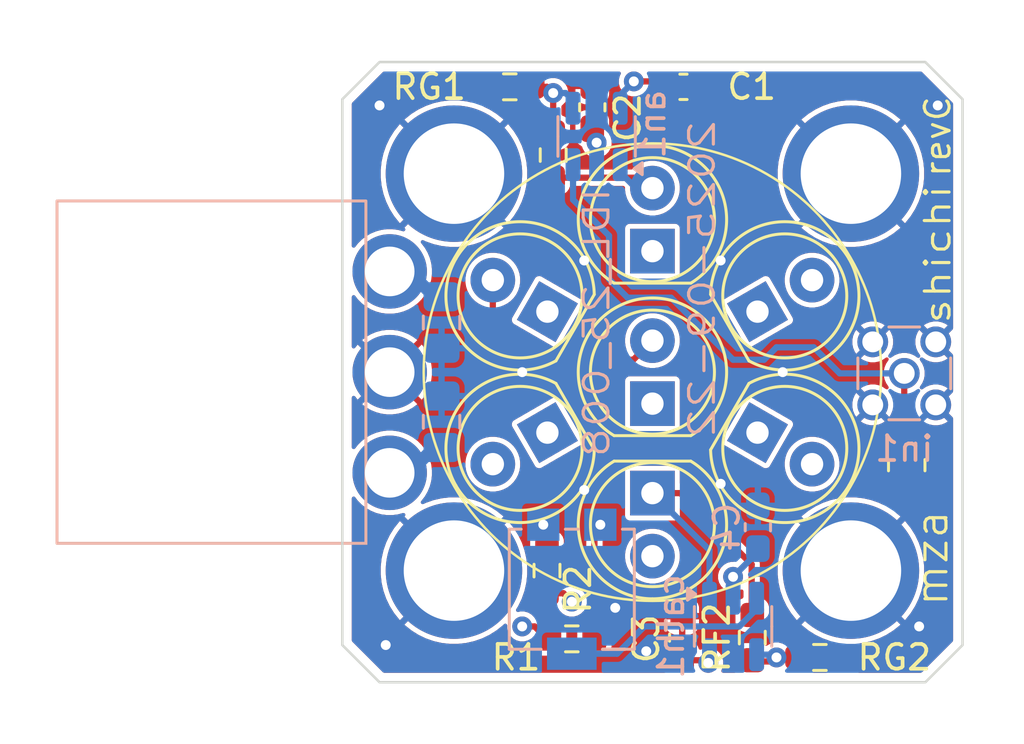
<source format=kicad_pcb>
(kicad_pcb
	(version 20241229)
	(generator "pcbnew")
	(generator_version "9.0")
	(general
		(thickness 1.6)
		(legacy_teardrops no)
	)
	(paper "A4")
	(layers
		(0 "F.Cu" signal)
		(4 "In1.Cu" signal)
		(6 "In2.Cu" signal)
		(2 "B.Cu" signal)
		(9 "F.Adhes" user "F.Adhesive")
		(11 "B.Adhes" user "B.Adhesive")
		(13 "F.Paste" user)
		(15 "B.Paste" user)
		(5 "F.SilkS" user "F.Silkscreen")
		(7 "B.SilkS" user "B.Silkscreen")
		(1 "F.Mask" user)
		(3 "B.Mask" user)
		(17 "Dwgs.User" user "User.Drawings")
		(19 "Cmts.User" user "User.Comments")
		(21 "Eco1.User" user "User.Eco1")
		(23 "Eco2.User" user "User.Eco2")
		(25 "Edge.Cuts" user)
		(27 "Margin" user)
		(31 "F.CrtYd" user "F.Courtyard")
		(29 "B.CrtYd" user "B.Courtyard")
		(35 "F.Fab" user)
		(33 "B.Fab" user)
		(39 "User.1" user)
		(41 "User.2" user)
		(43 "User.3" user)
		(45 "User.4" user)
		(47 "User.5" user)
		(49 "User.6" user)
		(51 "User.7" user)
		(53 "User.8" user)
		(55 "User.9" user)
	)
	(setup
		(stackup
			(layer "F.SilkS"
				(type "Top Silk Screen")
			)
			(layer "F.Paste"
				(type "Top Solder Paste")
			)
			(layer "F.Mask"
				(type "Top Solder Mask")
				(thickness 0.01)
			)
			(layer "F.Cu"
				(type "copper")
				(thickness 0.035)
			)
			(layer "dielectric 1"
				(type "prepreg")
				(thickness 0.1)
				(material "FR4")
				(epsilon_r 4.5)
				(loss_tangent 0.02)
			)
			(layer "In1.Cu"
				(type "copper")
				(thickness 0.035)
			)
			(layer "dielectric 2"
				(type "core")
				(thickness 1.24)
				(material "FR4")
				(epsilon_r 4.5)
				(loss_tangent 0.02)
			)
			(layer "In2.Cu"
				(type "copper")
				(thickness 0.035)
			)
			(layer "dielectric 3"
				(type "prepreg")
				(thickness 0.1)
				(material "FR4")
				(epsilon_r 4.5)
				(loss_tangent 0.02)
			)
			(layer "B.Cu"
				(type "copper")
				(thickness 0.035)
			)
			(layer "B.Mask"
				(type "Bottom Solder Mask")
				(thickness 0.01)
			)
			(layer "B.Paste"
				(type "Bottom Solder Paste")
			)
			(layer "B.SilkS"
				(type "Bottom Silk Screen")
			)
			(copper_finish "None")
			(dielectric_constraints no)
		)
		(pad_to_mask_clearance 0)
		(allow_soldermask_bridges_in_footprints no)
		(tenting front back)
		(aux_axis_origin 230 130)
		(grid_origin 230 130)
		(pcbplotparams
			(layerselection 0x00000000_00000000_55555555_5755f5ff)
			(plot_on_all_layers_selection 0x00000000_00000000_00000000_00000000)
			(disableapertmacros no)
			(usegerberextensions no)
			(usegerberattributes no)
			(usegerberadvancedattributes yes)
			(creategerberjobfile yes)
			(dashed_line_dash_ratio 12.000000)
			(dashed_line_gap_ratio 3.000000)
			(svgprecision 6)
			(plotframeref no)
			(mode 1)
			(useauxorigin no)
			(hpglpennumber 1)
			(hpglpenspeed 20)
			(hpglpendiameter 15.000000)
			(pdf_front_fp_property_popups yes)
			(pdf_back_fp_property_popups yes)
			(pdf_metadata yes)
			(pdf_single_document no)
			(dxfpolygonmode yes)
			(dxfimperialunits yes)
			(dxfusepcbnewfont yes)
			(psnegative no)
			(psa4output no)
			(plot_black_and_white yes)
			(sketchpadsonfab no)
			(plotpadnumbers no)
			(hidednponfab no)
			(sketchdnponfab yes)
			(crossoutdnponfab yes)
			(subtractmaskfromsilk no)
			(outputformat 1)
			(mirror no)
			(drillshape 0)
			(scaleselection 1)
			(outputdirectory "./gerbers")
		)
	)
	(net 0 "")
	(net 1 "+BATT")
	(net 2 "Net-(an1--)")
	(net 3 "Net-(an1-+)")
	(net 4 "-BATT")
	(net 5 "anodes")
	(net 6 "Net-(cath1-+)")
	(net 7 "Net-(R2-Pad1)")
	(net 8 "Net-(R1-Pad2)")
	(net 9 "Net-(cath1--)")
	(net 10 "cathodes")
	(net 11 "GND")
	(footprint "Capacitor_SMD:C_0603_1608Metric_Pad1.08x0.95mm_HandSolder" (layer "F.Cu") (at 231.2 140.7 -90))
	(footprint "Resistor_SMD:R_0603_1608Metric_Pad0.98x0.95mm_HandSolder" (layer "F.Cu") (at 234.025 140.7 90))
	(footprint "kicad-mza:LED_D5.0mm-T1_34" (layer "F.Cu") (at 235.334 126.9266 30))
	(footprint "kicad-mza:LED_D5.0mm-T1_34" (layer "F.Cu") (at 224.666 126.9266 150))
	(footprint "Capacitor_SMD:C_0603_1608Metric_Pad1.08x0.95mm_HandSolder" (layer "F.Cu") (at 227.575 119.325 90))
	(footprint "Resistor_SMD:R_0603_1608Metric_Pad0.98x0.95mm_HandSolder" (layer "F.Cu") (at 226.75 140.75))
	(footprint "Resistor_SMD:R_0603_1608Metric_Pad0.98x0.95mm_HandSolder" (layer "F.Cu") (at 225.75 138 -90))
	(footprint "kicad-mza:PostHole_4.05mm" (layer "F.Cu") (at 238 122))
	(footprint "Capacitor_SMD:C_0603_1608Metric_Pad1.08x0.95mm_HandSolder" (layer "F.Cu") (at 231.25 118.5 180))
	(footprint "Resistor_SMD:R_0805_2012Metric_Pad1.20x1.40mm_HandSolder" (layer "F.Cu") (at 240.25 133.75 -90))
	(footprint "Resistor_SMD:R_0603_1608Metric_Pad0.98x0.95mm_HandSolder" (layer "F.Cu") (at 236.75 141.5 180))
	(footprint "kicad-mza:LED_D5.0mm-T1_34" (layer "F.Cu") (at 230 123.8532 90))
	(footprint "kicad-mza:PostHole_4.05mm" (layer "F.Cu") (at 238 138))
	(footprint "Resistor_SMD:R_0603_1608Metric_Pad0.98x0.95mm_HandSolder" (layer "F.Cu") (at 226 121.25 -90))
	(footprint "kicad-mza:LED_D5.0mm-T1_34" (layer "F.Cu") (at 230 136.1468 -90))
	(footprint "kicad-mza:LED_D5.0mm-T1_34" (layer "F.Cu") (at 230 130 90))
	(footprint "Resistor_SMD:R_0603_1608Metric_Pad0.98x0.95mm_HandSolder" (layer "F.Cu") (at 224.25 118.5))
	(footprint "kicad-mza:PostHole_4.05mm" (layer "F.Cu") (at 222 122))
	(footprint "kicad-mza:LED_D5.0mm-T1_34" (layer "F.Cu") (at 224.666 133.0734 -150))
	(footprint "kicad-mza:LED_D5.0mm-T1_34" (layer "F.Cu") (at 235.334 133.0734 -30))
	(footprint "kicad-mza:PostHole_4.05mm" (layer "F.Cu") (at 222 138))
	(footprint "Capacitor_SMD:C_0805_2012Metric_Pad1.18x1.45mm_HandSolder" (layer "B.Cu") (at 221.5 132 -90))
	(footprint "kicad-mza:MMCX_Molex_73415-1471_Vertical" (layer "B.Cu") (at 240.15 130.05))
	(footprint "Capacitor_SMD:C_0603_1608Metric_Pad1.08x0.95mm_HandSolder" (layer "B.Cu") (at 234.25 136.25 90))
	(footprint "Package_TO_SOT_SMD:SOT-23-5" (layer "B.Cu") (at 227.75 120.5 90))
	(footprint "Capacitor_SMD:C_0805_2012Metric_Pad1.18x1.45mm_HandSolder" (layer "B.Cu") (at 221.5 128 -90))
	(footprint "kicad-mza:molex-mini-fit-jr-3pos-right-angle-or-16AWG" (layer "B.Cu") (at 219.55 130 90))
	(footprint "Package_TO_SOT_SMD:SOT-23-5" (layer "B.Cu") (at 233.25 140.25 -90))
	(footprint "kicad-mza:Potentiometer_Bourns_3224G_Horizontal" (layer "B.Cu") (at 226.75 138.75 90))
	(gr_circle
		(center 230 130)
		(end 239.2202 130)
		(stroke
			(width 0.1)
			(type solid)
		)
		(fill no)
		(layer "F.SilkS")
		(uuid "2e186281-f235-4e3f-82b2-9aba8dedb3cc")
	)
	(gr_poly
		(pts
			(xy 241 117.5) (xy 242.5 119) (xy 242.5 141) (xy 241 142.5) (xy 219 142.5) (xy 217.5 141) (xy 217.5 119)
			(xy 219 117.5)
		)
		(stroke
			(width 0.1)
			(type solid)
		)
		(fill no)
		(layer "Edge.Cuts")
		(uuid "8d6aec83-e8ba-46b9-ad50-51b5e067d4dd")
	)
	(gr_text "shichi"
		(at 241.5 125.25 90)
		(layer "F.SilkS")
		(uuid "3129bf7d-967f-4242-8a73-c611780736ee")
		(effects
			(font
				(size 1 1.27)
				(thickness 0.127)
			)
		)
	)
	(gr_text "revC"
		(at 241.5 120.5 90)
		(layer "F.SilkS")
		(uuid "95e28af4-21f8-48d4-82c1-9f8f2d6839a9")
		(effects
			(font
				(size 1 1)
				(thickness 0.127)
			)
		)
	)
	(gr_text "mza"
		(at 241.25 137.5 90)
		(layer "F.SilkS")
		(uuid "d539d14c-0f86-46b0-93cb-6ec9214384ad")
		(effects
			(font
				(size 1.27 1.27)
				(thickness 0.127)
			)
		)
	)
	(gr_text "2025-09-22"
		(at 232 126.25 90)
		(layer "B.SilkS")
		(uuid "5596391b-8c30-4766-971c-3fbc95df46f1")
		(effects
			(font
				(size 1 1.27)
				(thickness 0.127)
			)
			(justify mirror)
		)
	)
	(gr_text "IDL_25_008"
		(at 227.75 128 90)
		(layer "B.SilkS")
		(uuid "b15d979f-af82-4293-aacd-c71f46d97719")
		(effects
			(font
				(size 1 1.27)
				(thickness 0.127)
			)
			(justify mirror)
		)
	)
	(segment
		(start 225.75 138.9125)
		(end 226.4125 138.9125)
		(width 0.25)
		(layer "F.Cu")
		(net 1)
		(uuid "59cf6bf7-8b85-470d-960a-2ce947877f26")
	)
	(segment
		(start 232.143501 141.612501)
		(end 232.25 141.719)
		(width 0.25)
		(layer "F.Cu")
		(net 1)
		(uuid "7a737eec-b509-4672-ae8e-9fc8ed5507dc")
	)
	(segment
		(start 230.168499 118.281)
		(end 230.387499 118.5)
		(width 0.25)
		(layer "F.Cu")
		(net 1)
		(uuid "9a1bd722-2b03-4bbc-850a-20ce030ef476")
	)
	(segment
		(start 226.4125 138.9125)
		(end 226.75 139.25)
		(width 0.25)
		(layer "F.Cu")
		(net 1)
		(uuid "9cc84367-3de7-44ad-8248-ff8408ab44a9")
	)
	(segment
		(start 231.2 141.562501)
		(end 231.25 141.612501)
		(width 0.25)
		(layer "F.Cu")
		(net 1)
		(uuid "a9e62496-9377-4d19-80c6-83e95c0a8183")
	)
	(segment
		(start 231.25 141.612501)
		(end 232.143501 141.612501)
		(width 0.25)
		(layer "F.Cu")
		(net 1)
		(uuid "d6f165f1-c130-4eb2-b69c-d73f8e2117dc")
	)
	(segment
		(start 229.25 118.281)
		(end 230.168499 118.281)
		(width 0.25)
		(layer "F.Cu")
		(net 1)
		(uuid "dc9ec1b7-29ba-41c5-a060-1c49750982a3")
	)
	(via
		(at 232.25 141.719)
		(size 0.8)
		(drill 0.4)
		(layers "F.Cu" "B.Cu")
		(net 1)
		(uuid "8057867d-0216-45fa-ab19-11dfa6965c35")
	)
	(via
		(at 226.75 139.25)
		(size 0.8)
		(drill 0.4)
		(layers "F.Cu" "B.Cu")
		(net 1)
		(uuid "b86d23c1-b4b2-4bfc-9492-bc043a974674")
	)
	(via
		(at 229.25 118.281)
		(size 0.8)
		(drill 0.4)
		(layers "F.Cu" "B.Cu")
		(net 1)
		(uuid "d8168422-1106-4757-b86f-c422fd30d6e4")
	)
	(segment
		(start 232.300001 141.668999)
		(end 232.25 141.719)
		(width 0.25)
		(layer "B.Cu")
		(net 1)
		(uuid "27f51d69-a794-40a1-91c1-072ae67ba7af")
	)
	(segment
		(start 221.2125 126.9625)
		(end 221.5 126.9625)
		(width 0.5)
		(layer "B.Cu")
		(net 1)
		(uuid "327ae261-e47b-4673-9b62-c116d6e7e003")
	)
	(segment
		(start 228.7 119.3625)
		(end 228.7 118.831)
		(width 0.25)
		(layer "B.Cu")
		(net 1)
		(uuid "7e359b75-d54b-4c23-ac61-33ceff9eb965")
	)
	(segment
		(start 219.384 125.941)
		(end 220.191 125.941)
		(width 0.5)
		(layer "B.Cu")
		(net 1)
		(uuid "a2285100-9aa2-4223-8e3e-bce39ddd9bc6")
	)
	(segment
		(start 228.7 118.831)
		(end 229.25 118.281)
		(width 0.25)
		(layer "B.Cu")
		(net 1)
		(uuid "b1a2f5df-aa39-44bd-b3a6-558284e05057")
	)
	(segment
		(start 220.191 125.941)
		(end 221.2125 126.9625)
		(width 0.5)
		(layer "B.Cu")
		(net 1)
		(uuid "dc950818-172a-4c08-99b0-2900f981b620")
	)
	(segment
		(start 232.300001 141.3875)
		(end 232.300001 141.668999)
		(width 0.25)
		(layer "B.Cu")
		(net 1)
		(uuid "ee048c47-b615-4911-b637-e3b55cd6ed3f")
	)
	(segment
		(start 225.75 118.5)
		(end 226 118.75)
		(width 0.25)
		(layer "F.Cu")
		(net 2)
		(uuid "1bf7ea16-e8f9-4512-baff-cd3d4fa52f4c")
	)
	(segment
		(start 226 120.3375)
		(end 226 118.75)
		(width 0.25)
		(layer "F.Cu")
		(net 2)
		(uuid "6bfd04d4-cedc-424f-9be2-a3c228a2d68f")
	)
	(segment
		(start 225.1625 118.5)
		(end 225.75 118.5)
		(width 0.25)
		(layer "F.Cu")
		(net 2)
		(uuid "8ff1fe64-8d6b-4662-a960-b5a09c512356")
	)
	(via
		(at 226 118.75)
		(size 0.8)
		(drill 0.4)
		(layers "F.Cu" "B.Cu")
		(net 2)
		(uuid "25df89bb-e98b-4e26-a2c5-8e6069cb91c2")
	)
	(segment
		(start 226 118.75)
		(end 226.5 118.75)
		(width 0.25)
		(layer "B.Cu")
		(net 2)
		(uuid "40f5601f-2ef6-4e0f-8355-94db9efdb312")
	)
	(segment
		(start 226.5 118.75)
		(end 226.800001 119.050001)
		(width 0.25)
		(layer "B.Cu")
		(net 2)
		(uuid "6872ed42-c6ee-4223-9882-edeedf6e2699")
	)
	(segment
		(start 226.800001 119.050001)
		(end 226.800001 119.3625)
		(width 0.25)
		(layer "B.Cu")
		(net 2)
		(uuid "74b2a53a-46c7-44f0-acdd-b6027ec7080f")
	)
	(segment
		(start 240.15 132.65)
		(end 240.25 132.75)
		(width 0.25)
		(layer "F.Cu")
		(net 3)
		(uuid "2d32a965-cee9-4d1d-8a8d-ebf473a2c3c5")
	)
	(segment
		(start 240.15 130.05)
		(end 240.15 132.65)
		(width 0.25)
		(layer "F.Cu")
		(net 3)
		(uuid "b764efab-8ad9-4c33-ac96-fa0ba94a2313")
	)
	(segment
		(start 229 127)
		(end 230.75 127)
		(width 0.25)
		(layer "B.Cu")
		(net 3)
		(uuid "03f728ef-2002-4ea1-8eeb-15e318ebdd42")
	)
	(segment
		(start 237.55 130.05)
		(end 240.15 130.05)
		(width 0.25)
		(layer "B.Cu")
		(net 3)
		(uuid "160036ba-c290-4bfe-916f-57076b51d1b8")
	)
	(segment
		(start 233.25 129.5)
		(end 234.5 129.5)
		(width 0.25)
		(layer "B.Cu")
		(net 3)
		(uuid "2b3d903f-4bea-4129-a081-2efdd7ab7d77")
	)
	(segment
		(start 234.5 129.5)
		(end 235 129)
		(width 0.25)
		(layer "B.Cu")
		(net 3)
		(uuid "2ff94704-d490-4227-87b1-6c5fec455288")
	)
	(segment
		(start 226.8 121.6375)
		(end 226.8 123.05)
		(width 0.25)
		(layer "B.Cu")
		(net 3)
		(uuid "4e89490e-6db2-4e5b-98a4-09b80df1fde2")
	)
	(segment
		(start 236.5 129)
		(end 237.55 130.05)
		(width 0.25)
		(layer "B.Cu")
		(net 3)
		(uuid "824075df-ca69-42d5-b778-405dfbb494f8")
	)
	(segment
		(start 235 129)
		(end 236.5 129)
		(width 0.25)
		(layer "B.Cu")
		(net 3)
		(uuid "87de5f30-158a-41d7-9aa0-0ddd99999c25")
	)
	(segment
		(start 226.8 123.05)
		(end 228.25 124.5)
		(width 0.25)
		(layer "B.Cu")
		(net 3)
		(uuid "8cda14f5-cdc0-4ae4-8675-f03f14d8fad8")
	)
	(segment
		(start 230.75 127)
		(end 233.25 129.5)
		(width 0.25)
		(layer "B.Cu")
		(net 3)
		(uuid "99987f58-fee2-4f29-99c3-6c6fddd8365e")
	)
	(segment
		(start 228.25 124.5)
		(end 228.25 126.25)
		(width 0.25)
		(layer "B.Cu")
		(net 3)
		(uuid "ccb8232a-5c56-4860-82d5-518a83015408")
	)
	(segment
		(start 228.25 126.25)
		(end 229 127)
		(width 0.25)
		(layer "B.Cu")
		(net 3)
		(uuid "ef13bfa4-7759-42c7-97e8-1ffa77e5b36c")
	)
	(segment
		(start 227.75 120.75)
		(end 227.75 120.362501)
		(width 0.25)
		(layer "F.Cu")
		(net 4)
		(uuid "766fcc80-b974-4e5a-b34d-f82ecc9b0541")
	)
	(segment
		(start 227.75 120.362501)
		(end 227.575 120.187501)
		(width 0.25)
		(layer "F.Cu")
		(net 4)
		(uuid "96e86b8f-0e8b-46b5-80a6-536c755d333a")
	)
	(segment
		(start 225.25 140.25)
		(end 224.75 140.25)
		(width 0.25)
		(layer "F.Cu")
		(net 4)
		(uuid "9c0b72b3-9903-4379-8fb7-9a7b993fc6fd")
	)
	(segment
		(start 225.75 140.75)
		(end 225.25 140.25)
		(width 0.25)
		(layer "F.Cu")
		(net 4)
		(uuid "da76429f-0e78-43c9-8152-6f1d3c3ea8b4")
	)
	(segment
		(start 225.8375 140.75)
		(end 225.75 140.75)
		(width 0.25)
		(layer "F.Cu")
		(net 4)
		(uuid "f03ff057-a66f-4cbf-87ed-06c780352160")
	)
	(via
		(at 233.25 138.25)
		(size 0.8)
		(drill 0.4)
		(layers "F.Cu" "B.Cu")
		(net 4)
		(uuid "24cd255d-687c-4c48-b966-e99fbf0f5e55")
	)
	(via
		(at 227.75 120.75)
		(size 0.8)
		(drill 0.4)
		(layers "F.Cu" "B.Cu")
		(net 4)
		(uuid "5c980db3-613b-4e67-9cb6-9be9f602f9e1")
	)
	(via
		(at 224.75 140.25)
		(size 0.8)
		(drill 0.4)
		(layers "F.Cu" "B.Cu")
		(net 4)
		(uuid "a2572d06-3b0d-4ae8-a539-ba7c4bcfcafd")
	)
	(segment
		(start 233.25 139.1125)
		(end 233.25 138.25)
		(width 0.25)
		(layer "B.Cu")
		(net 4)
		(uuid "2bfcd2b7-cf3d-4b7d-9624-08c7738f5f33")
	)
	(segment
		(start 234.25 137.112501)
		(end 234.25 137.25)
		(width 0.25)
		(layer "B.Cu")
		(net 4)
		(uuid "54d66d01-ec73-4f3a-ac8f-15751f11d044")
	)
	(segment
		(start 219.609 134.058999)
		(end 219.384 134.058999)
		(width 0.25)
		(layer "B.Cu")
		(net 4)
		(uuid "70b3b044-e886-4dc7-a8a2-7c82638a0fcf")
	)
	(segment
		(start 220.191 134.059)
		(end 221.2125 133.0375)
		(width 0.5)
		(layer "B.Cu")
		(net 4)
		(uuid "835989c8-1d69-4148-9966-004e52a3164f")
	)
	(segment
		(start 227.75 121.6375)
		(end 227.75 120.75)
		(width 0.25)
		(layer "B.Cu")
		(net 4)
		(uuid "d9615728-bce0-4e7d-8531-b1e41b0e3f1b")
	)
	(segment
		(start 234.25 137.25)
		(end 233.25 138.25)
		(width 0.25)
		(layer "B.Cu")
		(net 4)
		(uuid "de336dcd-dc20-4fae-97ae-d2b23fb02d8e")
	)
	(segment
		(start 221.2125 133.0375)
		(end 221.668084 133.0375)
		(width 0.5)
		(layer "B.Cu")
		(net 4)
		(uuid "e253b0a3-a1f8-4061-940c-96ff3c78d40a")
	)
	(segment
		(start 219.384 134.059)
		(end 220.191 134.059)
		(width 0.5)
		(layer "B.Cu")
		(net 4)
		(uuid "e881fc81-fb6b-410f-af85-f30305a3fe4a")
	)
	(segment
		(start 219.630499 134.0375)
		(end 219.609 134.058999)
		(width 0.25)
		(layer "B.Cu")
		(net 4)
		(uuid "ef524454-c906-4e9b-afea-90d163e25165")
	)
	(segment
		(start 226 122.1625)
		(end 229.5793 122.1625)
		(width 0.25)
		(layer "F.Cu")
		(net 5)
		(uuid "0ebe2fb5-7388-4e24-a920-e602f368881a")
	)
	(segment
		(start 225.5 129.5)
		(end 225 129)
		(width 0.25)
		(layer "F.Cu")
		(net 5)
		(uuid "191f5a67-1db5-4212-aaf3-7aa4b3dd411c")
	)
	(segment
		(start 229.5793 122.1625)
		(end 230 122.5832)
		(width 0.25)
		(layer "F.Cu")
		(net 5)
		(uuid "3346789f-13ae-420e-a95e-c9281e21fe6b")
	)
	(segment
		(start 223.566148 128.066148)
		(end 223.566148 126.2916)
		(width 0.25)
		(layer "F.Cu")
		(net 5)
		(uuid "5a5cfb0e-17e9-48e4-8b06-4c587daba1e9")
	)
	(segment
		(start 225 129)
		(end 224.5 129)
		(width 0.25)
		(layer "F.Cu")
		(net 5)
		(uuid "5b773547-f313-4dea-9c0d-7591a7289b28")
	)
	(segment
		(start 224.5 129)
		(end 223.566148 128.066148)
		(width 0.25)
		(layer "F.Cu")
		(net 5)
		(uuid "96cfad65-2c47-453e-9539-adb53af7abdc")
	)
	(segment
		(start 229.23 129.5)
		(end 225.5 129.5)
		(width 0.25)
		(layer "F.Cu")
		(net 5)
		(uuid "ba17880d-8c36-451e-97c3-1fa99e5bc146")
	)
	(segment
		(start 230 128.73)
		(end 229.23 129.5)
		(width 0.25)
		(layer "F.Cu")
		(net 5)
		(uuid "f9842dbe-cd19-4470-bc75-e840be791423")
	)
	(segment
		(start 228.699999 121.949999)
		(end 229.3332 122.5832)
		(width 0.25)
		(layer "B.Cu")
		(net 5)
		(uuid "5cb1f63e-8070-4dcf-974b-2ffc32930c15")
	)
	(segment
		(start 229.3332 122.5832)
		(end 230 122.5832)
		(width 0.25)
		(layer "B.Cu")
		(net 5)
		(uuid "7e8f0b51-d348-47f0-a54d-75f8086518d5")
	)
	(segment
		(start 228.699999 121.6375)
		(end 228.699999 121.949999)
		(width 0.25)
		(layer "B.Cu")
		(net 5)
		(uuid "abf63faf-4954-4adb-a769-ee693fabd218")
	)
	(segment
		(start 229.675 140.25)
		(end 233.5 140.25)
		(width 0.25)
		(layer "B.Cu")
		(net 6)
		(uuid "4b92b0b2-d389-4057-a5f4-e3353848767e")
	)
	(segment
		(start 228.575 141.35)
		(end 229.675 140.25)
		(width 0.25)
		(layer "B.Cu")
		(net 6)
		(uuid "75b115a9-fbf3-4683-9598-2e03350b5bba")
	)
	(segment
		(start 233.5 140.25)
		(end 234.199999 139.550001)
		(width 0.25)
		(layer "B.Cu")
		(net 6)
		(uuid "af6a16f8-223c-466e-844b-af494ce6780d")
	)
	(segment
		(start 234.199999 139.550001)
		(end 234.199999 139.1125)
		(width 0.25)
		(layer "B.Cu")
		(net 6)
		(uuid "bf9a9c32-0ed4-46ec-aae4-08eec7ac5032")
	)
	(segment
		(start 226.750001 141.35)
		(end 228.575 141.35)
		(width 0.25)
		(layer "B.Cu")
		(net 6)
		(uuid "dbca61fd-96f4-4093-8a31-da7fb90b1b14")
	)
	(segment
		(start 226.75 141.350001)
		(end 226.750001 141.35)
		(width 0.25)
		(layer "B.Cu")
		(net 6)
		(uuid "ee62363a-6b58-4d19-a0e4-7526ee17520d")
	)
	(segment
		(start 225.6 136.15)
		(end 225.5 136.25)
		(width 0.25)
		(layer "F.Cu")
		(net 7)
		(uuid "050b6ebd-d0b3-440c-970f-f739cbe49e83")
	)
	(segment
		(start 225.5 136.8375)
		(end 225.75 137.0875)
		(width 0.25)
		(layer "F.Cu")
		(net 7)
		(uuid "a96767b7-1311-4709-bb83-164bf8589180")
	)
	(segment
		(start 225.5 136.25)
		(end 225.5 136.8375)
		(width 0.25)
		(layer "F.Cu")
		(net 7)
		(uuid "b99e2580-0e38-4a21-a92a-64ea6552695d")
	)
	(via
		(at 225.6 136.15)
		(size 0.8)
		(drill 0.4)
		(layers "F.Cu" "B.Cu")
		(net 7)
		(uuid "9745dd1d-ca29-4efb-abdb-e2eecfd65ec1")
	)
	(segment
		(start 227.6625 136.5875)
		(end 227.6625 140.75)
		(width 0.25)
		(layer "F.Cu")
		(net 8)
		(uuid "40e6c0f9-a8d5-4b9d-b8c2-34bd8d6b8123")
	)
	(segment
		(start 227.9 136.35)
		(end 227.6625 136.5875)
		(width 0.25)
		(layer "F.Cu")
		(net 8)
		(uuid "4eefcbc4-0913-452c-ae3c-15e9d6b42ea0")
	)
	(segment
		(start 227.9 136.15)
		(end 227.9 136.35)
		(width 0.25)
		(layer "F.Cu")
		(net 8)
		(uuid "e0f4ec13-1e6a-4303-be3d-1691143a1aeb")
	)
	(via
		(at 227.9 136.15)
		(size 0.8)
		(drill 0.4)
		(layers "F.Cu" "B.Cu")
		(net 8)
		(uuid "6e9ad7cd-a659-48a9-973d-7340b1b16bde")
	)
	(segment
		(start 234.075 141.6625)
		(end 234.8375 141.6625)
		(width 0.25)
		(layer "F.Cu")
		(net 9)
		(uuid "b3de2246-eac9-4072-9f24-fb5396c819cf")
	)
	(segment
		(start 234.025 141.6125)
		(end 234.075 141.6625)
		(width 0.25)
		(layer "F.Cu")
		(net 9)
		(uuid "bd306d92-cf6e-412e-9adb-f8844a9b96dd")
	)
	(segment
		(start 234.8375 141.6625)
		(end 235 141.5)
		(width 0.25)
		(layer "F.Cu")
		(net 9)
		(uuid "c906518a-67dd-45a9-aa15-0d66e9b17d54")
	)
	(segment
		(start 235 141.5)
		(end 235.8375 141.5)
		(width 0.25)
		(layer "F.Cu")
		(net 9)
		(uuid "ed75322a-8287-462a-9d30-bba0daebf54e")
	)
	(via
		(at 235 141.5)
		(size 0.8)
		(drill 0.4)
		(layers "F.Cu" "B.Cu")
		(net 9)
		(uuid "17fd8fdc-a240-4bf6-b3b1-fcb223a148c1")
	)
	(segment
		(start 234.199999 141.3875)
		(end 234.8875 141.3875)
		(width 0.25)
		(layer "B.Cu")
		(net 9)
		(uuid "de50a627-07e4-4284-a9ba-1b3e222a0568")
	)
	(segment
		(start 234.8875 141.3875)
		(end 235 141.5)
		(width 0.25)
		(layer "B.Cu")
		(net 9)
		(uuid "f41f93d5-585f-43de-aa63-d53772562ab0")
	)
	(segment
		(start 234 139.7625)
		(end 234 137.75)
		(width 0.25)
		(layer "F.Cu")
		(net 10)
		(uuid "08f64584-bc88-43ec-8d2e-cbee2d7ff01c")
	)
	(segment
		(start 234.025 139.7875)
		(end 234 139.7625)
		(width 0.25)
		(layer "F.Cu")
		(net 10)
		(uuid "323c5ee6-f62e-4731-a3b1-576b655e7190")
	)
	(segment
		(start 231.126799 134.876799)
		(end 230 134.876799)
		(width 0.25)
		(layer "F.Cu")
		(net 10)
		(uuid "9e8c6c9b-a4b6-4000-99ca-835543f80769")
	)
	(segment
		(start 234 137.75)
		(end 231.126799 134.876799)
		(width 0.25)
		(layer "F.Cu")
		(net 10)
		(uuid "c2fecd6f-70c3-49d0-8ac5-a11ca80ad689")
	)
	(segment
		(start 232.300001 139.1125)
		(end 232.300001 137.1768)
		(width 0.25)
		(layer "B.Cu")
		(net 10)
		(uuid "5741973f-20b0-4631-88f4-bb5f7f53e10d")
	)
	(segment
		(start 232.300001 137.1768)
		(end 230 134.876799)
		(width 0.25)
		(layer "B.Cu")
		(net 10)
		(uuid "ca79109b-171f-43d4-b611-86aea72b8447")
	)
	(via
		(at 232.75 125.5)
		(size 0.8)
		(drill 0.4)
		(layers "F.Cu" "B.Cu")
		(net 11)
		(uuid "371dca1b-9792-4b8c-af77-b3f80b266552")
	)
	(via
		(at 241.5 119.25)
		(size 0.8)
		(drill 0.4)
		(layers "F.Cu" "B.Cu")
		(net 11)
		(uuid "3b5f93cc-d460-4a8b-a385-a7bc0dbc8974")
	)
	(via
		(at 228.5 139.5)
		(size 0.8)
		(drill 0.4)
		(layers "F.Cu" "B.Cu")
		(net 11)
		(uuid "3da51319-8110-47da-a1a1-5fbca252529a")
	)
	(via
		(at 219 119.25)
		(size 0.8)
		(drill 0.4)
		(layers "F.Cu" "B.Cu")
		(net 11)
		(uuid "59a55e85-354a-48b3-8cf7-757695aa415b")
	)
	(via
		(at 219.25 141)
		(size 0.8)
		(drill 0.4)
		(layers "F.Cu" "B.Cu")
		(net 11)
		(uuid "5efbd877-a100-4c5f-9f44-4e9f61a3d9c8")
	)
	(via
		(at 224.75 130)
		(size 0.8)
		(drill 0.4)
		(layers "F.Cu" "B.Cu")
		(net 11)
		(uuid "66bce128-34f3-4581-986c-caa430fd4528")
	)
	(via
		(at 235.25 130)
		(size 0.8)
		(drill 0.4)
		(layers "F.Cu" "B.Cu")
		(net 11)
		(uuid "7011c373-c8cf-4f15-9661-721580c37a1e")
	)
	(via
		(at 229.75 141.25)
		(size 0.8)
		(drill 0.4)
		(layers "F.Cu" "B.Cu")
		(net 11)
		(uuid "a090e672-2ead-40ab-ad39-5f6e64966b3b")
	)
	(via
		(at 227.25 125.5)
		(size 0.8)
		(drill 0.4)
		(layers "F.Cu" "B.Cu")
		(net 11)
		(uuid "a928c2ff-1e0c-4aae-80e5-ea59a4e74eba")
	)
	(via
		(at 240.75 140.25)
		(size 0.8)
		(drill 0.4)
		(layers "F.Cu" "B.Cu")
		(net 11)
		(uuid "b49d9758-f928-47d3-84fd-df3a900947db")
	)
	(via
		(at 227.25 134.75)
		(size 0.8)
		(drill 0.4)
		(layers "F.Cu" "B.Cu")
		(net 11)
		(uuid "d7f0a869-e767-412b-9ea3-e14600e58019")
	)
	(via
		(at 232.75 134.5)
		(size 0.8)
		(drill 0.4)
		(layers "F.Cu" "B.Cu")
		(net 11)
		(uuid "dd3c5404-8ea1-4b1c-9970-bdcbb124e987")
	)
	(zone
		(net 11)
		(net_name "GND")
		(layers "F.Cu" "B.Cu")
		(uuid "e6e4abe3-a3dc-48ca-8a24-b818f88e1b41")
		(hatch edge 0.5)
		(connect_pads
			(clearance 0.2032)
		)
		(min_thickness 0.1524)
		(filled_areas_thickness no)
		(fill yes
			(thermal_gap 0.2032)
			(thermal_bridge_width 0.254)
		)
		(polygon
			(pts
				(xy 216 116) (xy 244 116) (xy 244 144) (xy 216 144)
			)
		)
		(filled_polygon
			(layer "F.Cu")
			(pts
				(xy 222.720339 117.899093) (xy 222.746059 117.943642) (xy 222.737126 117.9943) (xy 222.732507 118.001355)
				(xy 222.693469 118.054248) (xy 222.693467 118.054251) (xy 222.649593 118.17964) (xy 222.649591 118.179649)
				(xy 222.6468 118.209407) (xy 222.6468 118.373) (xy 224.0282 118.373) (xy 224.0282 118.209408) (xy 224.028199 118.209407)
				(xy 224.025408 118.179649) (xy 224.025406 118.17964) (xy 223.981532 118.054251) (xy 223.98153 118.054248)
				(xy 223.942493 118.001355) (xy 223.927945 117.952016) (xy 223.948515 117.904868) (xy 223.994579 117.881973)
				(xy 224.002999 117.8815) (xy 224.496379 117.8815) (xy 224.544717 117.899093) (xy 224.570437 117.943642)
				(xy 224.561504 117.9943) (xy 224.556889 118.001347) (xy 224.539669 118.02468) (xy 224.518022 118.054011)
				(xy 224.51802 118.054014) (xy 224.474096 118.179546) (xy 224.474096 118.179548) (xy 224.474094 118.179555)
				(xy 224.4713 118.209345) (xy 224.4713 118.790646) (xy 224.474094 118.820451) (xy 224.51802 118.945985)
				(xy 224.518022 118.945988) (xy 224.597 119.053) (xy 224.703405 119.13153) (xy 224.704011 119.131977)
				(xy 224.704014 119.131979) (xy 224.729315 119.140832) (xy 224.829549 119.175905) (xy 224.859353 119.1787)
				(xy 225.465646 119.178699) (xy 225.495452 119.175905) (xy 225.507663 119.171632) (xy 225.508851 119.171646)
				(xy 225.509794 119.170922) (xy 225.534445 119.171965) (xy 225.559099 119.172272) (xy 225.560386 119.173063)
				(xy 225.561188 119.173097) (xy 225.569861 119.178884) (xy 225.583233 119.1871) (xy 225.584475 119.188235)
				(xy 225.62932 119.23308) (xy 225.640793 119.239703) (xy 225.646831 119.245222) (xy 225.655175 119.261199)
				(xy 225.666763 119.275007) (xy 225.668994 119.28766) (xy 225.670644 119.290819) (xy 225.670037 119.293573)
				(xy 225.6713 119.300733) (xy 225.6713 119.598623) (xy 225.653707 119.646961) (xy 225.620938 119.669603)
				(xy 225.554013 119.693021) (xy 225.554011 119.693022) (xy 225.447 119.772) (xy 225.368022 119.879011)
				(xy 225.36802 119.879014) (xy 225.325136 120.001575) (xy 225.324096 120.004548) (xy 225.324094 120.004555)
				(xy 225.3213 120.034345) (xy 225.3213 120.640646) (xy 225.324094 120.670451) (xy 225.36802 120.795985)
				(xy 225.368022 120.795988) (xy 225.447 120.903) (xy 225.554011 120.981977) (xy 225.554014 120.981979)
				(xy 225.584148 120.992523) (xy 225.679549 121.025905) (xy 225.709353 121.0287) (xy 226.290646 121.028699)
				(xy 226.320451 121.025905) (xy 226.445988 120.981978) (xy 226.553 120.903) (xy 226.631978 120.795988)
				(xy 226.675905 120.670451) (xy 226.6787 120.640647) (xy 226.678699 120.034354) (xy 226.675905 120.004549)
				(xy 226.674864 120.001575) (xy 226.631979 119.879014) (xy 226.631977 119.87901) (xy 226.630679 119.877252)
				(xy 226.630678 119.877251) (xy 226.599013 119.834346) (xy 226.8963 119.834346) (xy 226.8963 120.540647)
				(xy 226.899094 120.570452) (xy 226.94302 120.695986) (xy 226.943022 120.695989) (xy 227.022 120.803001)
				(xy 227.129012 120.881979) (xy 227.129017 120.88198) (xy 227.133995 120.884612) (xy 227.132957 120.886574)
				(xy 227.165903 120.913517) (xy 227.173896 120.932473) (xy 227.187439 120.983014) (xy 227.187441 120.98302)
				(xy 227.266919 121.12068) (xy 227.379319 121.23308) (xy 227.458798 121.278966) (xy 227.516981 121.312559)
				(xy 227.670521 121.3537) (xy 227.670524 121.3537) (xy 227.829476 121.3537) (xy 227.829479 121.3537)
				(xy 227.983019 121.312559) (xy 228.12068 121.23308) (xy 228.23308 121.12068) (xy 228.312559 120.983019)
				(xy 228.3537 120.829479) (xy 228.3537 120.670521) (xy 228.312559 120.516981) (xy 228.287892 120.474258)
				(xy 228.263774 120.432484) (xy 228.253699 120.394884) (xy 228.253699 119.834354) (xy 228.250905 119.804549)
				(xy 228.206979 119.679015) (xy 228.206977 119.679012) (xy 228.200033 119.669603) (xy 228.128 119.572001)
				(xy 228.020988 119.493023) (xy 228.020985 119.493021) (xy 227.925587 119.459641) (xy 227.895451 119.449096)
				(xy 227.895446 119.449095) (xy 227.895444 119.449095) (xy 227.865654 119.446301) (xy 227.284353 119.446301)
				(xy 227.254548 119.449095) (xy 227.129014 119.493021) (xy 227.129011 119.493023) (xy 227.022 119.572001)
				(xy 226.943022 119.679012) (xy 226.94302 119.679015) (xy 226.902611 119.794502) (xy 226.899096 119.804549)
				(xy 226.899094 119.804556) (xy 226.8963 119.834346) (xy 226.599013 119.834346) (xy 226.553 119.772)
				(xy 226.445988 119.693022) (xy 226.445986 119.693021) (xy 226.379062 119.669603) (xy 226.339248 119.637031)
				(xy 226.3287 119.598623) (xy 226.3287 119.300733) (xy 226.346293 119.252395) (xy 226.366301 119.235607)
				(xy 226.37068 119.23308) (xy 226.48308 119.12068) (xy 226.562559 118.983019) (xy 226.6037 118.829479)
				(xy 226.6037 118.815591) (xy 226.8968 118.815591) (xy 226.899591 118.845349) (xy 226.899593 118.845358)
				(xy 226.943467 118.970747) (xy 226.943469 118.97075) (xy 227.022358 119.07764) (xy 227.129248 119.156529)
				(xy 227.129251 119.156531) (xy 227.25464 119.200405) (xy 227.254649 119.200407) (xy 227.284407 119.203198)
				(xy 227.284409 119.203199) (xy 227.448 119.203199) (xy 227.702 119.203199) (xy 227.865591 119.203199)
				(xy 227.865592 119.203198) (xy 227.89535 119.200407) (xy 227.895359 119.200405) (xy 228.020748 119.156531)
				(xy 228.020751 119.156529) (xy 228.127641 119.07764) (xy 228.20653 118.97075) (xy 228.206532 118.970747)
				(xy 228.250406 118.845358) (xy 228.250408 118.845349) (xy 228.253199 118.815591) (xy 228.2532 118.81559)
				(xy 228.2532 118.589499) (xy 227.702 118.589499) (xy 227.702 119.203199) (xy 227.448 119.203199)
				(xy 227.448 118.589499) (xy 226.8968 118.589499) (xy 226.8968 118.815591) (xy 226.6037 118.815591)
				(xy 226.6037 118.670521) (xy 226.562559 118.516981) (xy 226.562558 118.516979) (xy 226.48308 118.379319)
				(xy 226.37068 118.266919) (xy 226.233019 118.187441) (xy 226.079479 118.1463) (xy 225.920521 118.1463)
				(xy 225.913631 118.148146) (xy 225.862387 118.143661) (xy 225.828327 118.111835) (xy 225.825275 118.106304)
				(xy 225.806978 118.054012) (xy 225.765172 117.997367) (xy 225.762778 117.993027) (xy 225.759524 117.97222)
				(xy 225.753567 117.952016) (xy 225.755626 117.947294) (xy 225.754831 117.942205) (xy 225.765714 117.924172)
				(xy 225.774137 117.904868) (xy 225.77875 117.902575) (xy 225.781412 117.898165) (xy 225.801341 117.891346)
				(xy 225.820201 117.881973) (xy 225.828621 117.8815) (xy 226.86294 117.8815) (xy 226.911278 117.899093)
				(xy 226.936998 117.943642) (xy 226.93392 117.981537) (xy 226.899593 118.079639) (xy 226.899591 118.079648)
				(xy 226.8968 118.109406) (xy 226.8968 118.335499) (xy 228.2532 118.335499) (xy 228.2532 118.109407)
				(xy 228.253199 118.109406) (xy 228.250408 118.079648) (xy 228.250406 118.079639) (xy 228.21608 117.981537)
				(xy 228.216721 117.930101) (xy 228.250275 117.891111) (xy 228.28706 117.8815) (xy 228.653309 117.8815)
				(xy 228.701647 117.899093) (xy 228.727367 117.943642) (xy 228.718434 117.9943) (xy 228.687441 118.047979)
				(xy 228.687441 118.047981) (xy 228.6463 118.201521) (xy 228.6463 118.360479) (xy 228.687441 118.514018)
				(xy 228.687441 118.51402) (xy 228.766919 118.65168) (xy 228.879319 118.76408) (xy 228.950694 118.805288)
				(xy 229.016981 118.843559) (xy 229.170521 118.8847) (xy 229.170524 118.8847) (xy 229.329476 118.8847)
				(xy 229.329479 118.8847) (xy 229.483019 118.843559) (xy 229.549306 118.805287) (xy 229.599963 118.796355)
				(xy 229.644511 118.822075) (xy 229.657885 118.845576) (xy 229.693019 118.945985) (xy 229.693021 118.945988)
				(xy 229.771999 119.053) (xy 229.878404 119.13153) (xy 229.87901 119.131977) (xy 229.879013 119.131979)
				(xy 229.904314 119.140832) (xy 230.004548 119.175905) (xy 230.034352 119.1787) (xy 230.740645 119.178699)
				(xy 230.77045 119.175905) (xy 230.895987 119.131978) (xy 231.002999 119.053) (xy 231.081977 118.945988)
				(xy 231.125904 118.820451) (xy 231.128164 118.796355) (xy 231.128699 118.790654) (xy 231.128699 118.790592)
				(xy 231.371801 118.790592) (xy 231.374592 118.82035) (xy 231.374594 118.820359) (xy 231.418468 118.945748)
				(xy 231.41847 118.945751) (xy 231.497359 119.052641) (xy 231.604249 119.13153) (xy 231.604252 119.131532)
				(xy 231.729641 119.175406) (xy 231.72965 119.175408) (xy 231.759408 119.178199) (xy 231.75941 119.1782)
				(xy 231.985501 119.1782) (xy 232.239501 119.1782) (xy 232.465592 119.1782) (xy 232.465593 119.178199)
				(xy 232.495351 119.175408) (xy 232.49536 119.175406) (xy 232.620749 119.131532) (xy 232.620752 119.13153)
				(xy 232.727642 119.052641) (xy 232.806531 118.945751) (xy 232.806533 118.945748) (xy 232.850407 118.820359)
				(xy 232.850409 118.82035) (xy 232.8532 118.790592) (xy 232.853201 118.790591) (xy 232.853201 118.627)
				(xy 232.239501 118.627) (xy 232.239501 119.1782) (xy 231.985501 119.1782) (xy 231.985501 118.627)
				(xy 231.371801 118.627) (xy 231.371801 118.790592) (xy 231.128699 118.790592) (xy 231.128699 118.595851)
				(xy 231.128698 118.209353) (xy 231.125904 118.179548) (xy 231.081978 118.054014) (xy 231.081976 118.054011)
				(xy 231.077524 118.047979) (xy 231.043113 118.001353) (xy 231.028566 117.952016) (xy 231.049136 117.904868)
				(xy 231.0952 117.881973) (xy 231.10362 117.8815) (xy 231.397002 117.8815) (xy 231.44534 117.899093)
				(xy 231.47106 117.943642) (xy 231.462127 117.9943) (xy 231.457508 118.001355) (xy 231.41847 118.054248)
				(xy 231.418468 118.054251) (xy 231.374594 118.17964) (xy 231.374592 118.179649) (xy 231.371801 118.209407)
				(xy 231.371801 118.373) (xy 232.853201 118.373) (xy 232.853201 118.209408) (xy 232.8532 118.209407)
				(xy 232.850409 118.179649) (xy 232.850407 118.17964) (xy 232.806533 118.054251) (xy 232.806531 118.054248)
				(xy 232.767494 118.001355) (xy 232.752946 117.952016) (xy 232.773516 117.904868) (xy 232.81958 117.881973)
				(xy 232.828 117.8815) (xy 240.810829 117.8815) (xy 240.859167 117.899093) (xy 240.864003 117.903526)
				(xy 242.096474 119.135996) (xy 242.118214 119.182616) (xy 242.1185 119.18917) (xy 242.1185 128.229955)
				(xy 242.100907 128.278293) (xy 242.096474 128.283129) (xy 241.7932 128.586402) (xy 241.756084 128.522114)
				(xy 241.677886 128.443916) (xy 241.613596 128.406798) (xy 241.905828 128.114566) (xy 241.809929 128.050489)
				(xy 241.660118 127.988435) (xy 241.660115 127.988434) (xy 241.501079 127.9568) (xy 241.338921 127.9568)
				(xy 241.179884 127.988434) (xy 241.179881 127.988435) (xy 241.030067 128.05049) (xy 240.93417 128.114565)
				(xy 240.93417 128.114566) (xy 241.226403 128.406798) (xy 241.162114 128.443916) (xy 241.083916 128.522114)
				(xy 241.046798 128.586404) (xy 240.754565 128.29417) (xy 240.69049 128.390067) (xy 240.628435 128.539881)
				(xy 240.628434 128.539884) (xy 240.5968 128.698921) (xy 240.5968 128.861078) (xy 240.628434 129.020115)
				(xy 240.628435 129.020118) (xy 240.690489 129.169929) (xy 240.782632 129.307831) (xy 240.781057 129.308883)
				(xy 240.795929 129.351224) (xy 240.777792 129.399361) (xy 240.732957 129.424577) (xy 240.682403 129.415074)
				(xy 240.678217 129.412141) (xy 240.67815 129.412243) (xy 240.675079 129.410191) (xy 240.675078 129.41019)
				(xy 240.540168 129.320046) (xy 240.540166 129.320045) (xy 240.390268 129.257955) (xy 240.390267 129.257954)
				(xy 240.231128 129.2263) (xy 240.231127 129.2263) (xy 240.068873 129.2263) (xy 240.068872 129.2263)
				(xy 239.909732 129.257954) (xy 239.909731 129.257955) (xy 239.759833 129.320045) (xy 239.713916 129.350726)
				(xy 239.624922 129.41019) (xy 239.62492 129.410191) (xy 239.62185 129.412243) (xy 239.620807 129.410682)
				(xy 239.578419 129.425572) (xy 239.530282 129.407436) (xy 239.505065 129.362601) (xy 239.514567 129.312046)
				(xy 239.517472 129.3079) (xy 239.517368 129.307831) (xy 239.60951 129.169929) (xy 239.671564 129.020118)
				(xy 239.671565 129.020115) (xy 239.7032 128.861078) (xy 239.7032 128.698921) (xy 239.671565 128.539884)
				(xy 239.671564 128.539881) (xy 239.60951 128.39007) (xy 239.545432 128.294171) (xy 239.253201 128.586403)
				(xy 239.216084 128.522114) (xy 239.137886 128.443916) (xy 239.073596 128.406798) (xy 239.365828 128.114566)
				(xy 239.269929 128.050489) (xy 239.120118 127.988435) (xy 239.120115 127.988434) (xy 238.961079 127.9568)
				(xy 238.798921 127.9568) (xy 238.639884 127.988434) (xy 238.639881 127.988435) (xy 238.490067 128.05049)
				(xy 238.39417 128.114565) (xy 238.39417 128.114566) (xy 238.686403 128.406798) (xy 238.622114 128.443916)
				(xy 238.543916 128.522114) (xy 238.506798 128.586402) (xy 238.214566 128.29417) (xy 238.214565 128.29417)
				(xy 238.15049 128.390067) (xy 238.088435 128.539881) (xy 238.088434 128.539884) (xy 238.0568 128.698921)
				(xy 238.0568 128.861078) (xy 238.088434 129.020115) (xy 238.088435 129.020118) (xy 238.150489 129.169929)
				(xy 238.214566 129.265828) (xy 238.506798 128.973596) (xy 238.543916 129.037886) (xy 238.622114 129.116084)
				(xy 238.686403 129.153201) (xy 238.394171 129.445432) (xy 238.49007 129.50951) (xy 238.639881 129.571564)
				(xy 238.639884 129.571565) (xy 238.798921 129.6032) (xy 238.961079 129.6032) (xy 239.120115 129.571565)
				(xy 239.120118 129.571564) (xy 239.269929 129.50951) (xy 239.407831 129.417368) (xy 239.408891 129.418955)
				(xy 239.451166 129.404069) (xy 239.499316 129.422169) (xy 239.524567 129.466984) (xy 239.515104 129.517546)
				(xy 239.51214 129.521781) (xy 239.512243 129.52185) (xy 239.420045 129.659833) (xy 239.357955 129.809731)
				(xy 239.357954 129.809732) (xy 239.3263 129.968872) (xy 239.3263 130.131127) (xy 239.357954 130.290267)
				(xy 239.357955 130.290268) (xy 239.420045 130.440166) (xy 239.420046 130.440168) (xy 239.492533 130.548653)
				(xy 239.512243 130.57815) (xy 239.510672 130.579199) (xy 239.525573 130.621535) (xy 239.507466 130.669682)
				(xy 239.462646 130.694926) (xy 239.412086 130.685455) (xy 239.407901 130.682527) (xy 239.407831 130.682632)
				(xy 239.269929 130.590489) (xy 239.120118 130.528435) (xy 239.120115 130.528434) (xy 238.961079 130.4968)
				(xy 238.798921 130.4968) (xy 238.639884 130.528434) (xy 238.639881 130.528435) (xy 238.490067 130.59049)
				(xy 238.39417 130.654565) (xy 238.686404 130.946798) (xy 238.622114 130.983916) (xy 238.543916 131.062114)
				(xy 238.506798 131.126402) (xy 238.214566 130.83417) (xy 238.214565 130.83417) (xy 238.15049 130.930067)
				(xy 238.088435 131.079881) (xy 238.088434 131.079884) (xy 238.0568 131.238921) (xy 238.0568 131.401078)
				(xy 238.088434 131.560115) (xy 238.088435 131.560118) (xy 238.150489 131.709929) (xy 238.214566 131.805828)
				(xy 238.506798 131.513596) (xy 238.543916 131.577886) (xy 238.622114 131.656084) (xy 238.686402 131.6932)
				(xy 238.39417 131.985432) (xy 238.49007 132.04951) (xy 238.639881 132.111564) (xy 238.639884 132.111565)
				(xy 238.798921 132.1432) (xy 238.961079 132.1432) (xy 239.120115 132.111565) (xy 239.120118 132.111564)
				(xy 239.26993 132.049509) (xy 239.348051 131.99731) (xy 239.362181 131.981785) (xy 239.073597 131.693201)
				(xy 239.137886 131.656084) (xy 239.216084 131.577886) (xy 239.253202 131.513595) (xy 239.545433 131.805827)
				(xy 239.609508 131.709933) (xy 239.671564 131.560118) (xy 239.671565 131.560115) (xy 239.672345 131.556196)
				(xy 239.699031 131.51222) (xy 239.747741 131.495685) (xy 239.795683 131.514329) (xy 239.820425 131.559427)
				(xy 239.8213 131.570867) (xy 239.8213 131.8711) (xy 239.803707 131.919438) (xy 239.759158 131.945158)
				(xy 239.747098 131.946215) (xy 239.747099 131.946219) (xy 239.747002 131.946223) (xy 239.74613 131.9463)
				(xy 239.745351 131.9463) (xy 239.714698 131.949173) (xy 239.585607 131.994344) (xy 239.585604 131.994346)
				(xy 239.489686 132.065137) (xy 239.489683 132.065139) (xy 239.475562 132.075562) (xy 239.455696 132.102478)
				(xy 239.455687 132.102489) (xy 239.394346 132.185604) (xy 239.394344 132.185607) (xy 239.349175 132.314696)
				(xy 239.349175 132.314698) (xy 239.349173 132.314705) (xy 239.3463 132.345338) (xy 239.3463 133.154652)
				(xy 239.349173 133.185301) (xy 239.394344 133.314392) (xy 239.394346 133.314395) (xy 239.475562 133.424438)
				(xy 239.585604 133.505653) (xy 239.585607 133.505655) (xy 239.616595 133.516498) (xy 239.714699 133.550826)
				(xy 239.745347 133.5537) (xy 240.754652 133.553699) (xy 240.785301 133.550826) (xy 240.914395 133.505654)
				(xy 241.024438 133.424438) (xy 241.105654 133.314395) (xy 241.150826 133.185301) (xy 241.1537 133.154653)
				(xy 241.153699 132.345348) (xy 241.150826 132.314699) (xy 241.115742 132.214434) (xy 241.116383 132.162999)
				(xy 241.149937 132.124009) (xy 241.200702 132.115709) (xy 241.201393 132.115843) (xy 241.338921 132.1432)
				(xy 241.501079 132.1432) (xy 241.660115 132.111565) (xy 241.660118 132.111564) (xy 241.809933 132.049508)
				(xy 241.905827 131.985433) (xy 241.613595 131.693202) (xy 241.677886 131.656084) (xy 241.756084 131.577886)
				(xy 241.793201 131.513597) (xy 242.096474 131.81687) (xy 242.118214 131.86349) (xy 242.1185 131.870044)
				(xy 242.1185 140.810829) (xy 242.100907 140.859167) (xy 242.096474 140.864003) (xy 240.864003 142.096474)
				(xy 240.817383 142.118214) (xy 240.810829 142.1185) (xy 238.327999 142.1185) (xy 238.279661 142.100907)
				(xy 238.253941 142.056358) (xy 238.262874 142.0057) (xy 238.267493 141.998645) (xy 238.30653 141.945751)
				(xy 238.306532 141.945748) (xy 238.350406 141.820359) (xy 238.350408 141.82035) (xy 238.353199 141.790592)
				(xy 238.3532 141.790591) (xy 238.3532 141.627) (xy 236.9718 141.627) (xy 236.9718 141.790592) (xy 236.974591 141.82035)
				(xy 236.974593 141.820359) (xy 237.018467 141.945748) (xy 237.018469 141.945751) (xy 237.057507 141.998645)
				(xy 237.072055 142.047984) (xy 237.051485 142.095132) (xy 237.005421 142.118027) (xy 236.997001 142.1185)
				(xy 236.503621 142.1185) (xy 236.455283 142.100907) (xy 236.429563 142.056358) (xy 236.438496 142.0057)
				(xy 236.44311 141.998652) (xy 236.481978 141.945988) (xy 236.525905 141.820451) (xy 236.5287 141.790647)
				(xy 236.528699 141.209354) (xy 236.525905 141.179549) (xy 236.525904 141.179547) (xy 236.481979 141.054014)
				(xy 236.481977 141.054011) (xy 236.466156 141.032574) (xy 236.403 140.947) (xy 236.295988 140.868022)
				(xy 236.295985 140.86802) (xy 236.200587 140.83464) (xy 236.170451 140.824095) (xy 236.170446 140.824094)
				(xy 236.170444 140.824094) (xy 236.140654 140.8213) (xy 235.534353 140.8213) (xy 235.504548 140.824094)
				(xy 235.379014 140.86802) (xy 235.379011 140.868022) (xy 235.300257 140.926145) (xy 235.250917 140.940693)
				(xy 235.236139 140.938277) (xy 235.231929 140.937149) (xy 235.079479 140.8963) (xy 234.920521 140.8963)
				(xy 234.766981 140.937441) (xy 234.766979 140.937441) (xy 234.629317 141.016921) (xy 234.629065 141.017115)
				(xy 234.628882 141.017172) (xy 234.625052 141.019384) (xy 234.624561 141.018534) (xy 234.580003 141.032574)
				(xy 234.538642 141.017952) (xy 234.470988 140.968022) (xy 234.470985 140.96802) (xy 234.367296 140.931739)
				(xy 234.345451 140.924095) (xy 234.345446 140.924094) (xy 234.345444 140.924094) (xy 234.315654 140.9213)
				(xy 233.734353 140.9213) (xy 233.704548 140.924094) (xy 233.579014 140.96802) (xy 233.579011 140.968022)
				(xy 233.472 141.047) (xy 233.393022 141.154011) (xy 233.39302 141.154014) (xy 233.349096 141.279546)
				(xy 233.349094 141.279555) (xy 233.3463 141.309345) (xy 233.3463 141.915646) (xy 233.349094 141.945451)
				(xy 233.374643 142.018463) (xy 233.374002 142.069899) (xy 233.340448 142.108889) (xy 233.303663 142.1185)
				(xy 232.846691 142.1185) (xy 232.798353 142.100907) (xy 232.772633 142.056358) (xy 232.781566 142.0057)
				(xy 232.812558 141.95202) (xy 232.812559 141.952019) (xy 232.8537 141.798479) (xy 232.8537 141.639521)
				(xy 232.812559 141.485981) (xy 232.777873 141.425903) (xy 232.73308 141.348319) (xy 232.62068 141.235919)
				(xy 232.483019 141.156441) (xy 232.47395 141.154011) (xy 232.329479 141.1153) (xy 232.170521 141.1153)
				(xy 232.02605 141.154011) (xy 232.016981 141.156441) (xy 231.97149 141.182705) (xy 231.920832 141.191636)
				(xy 231.876284 141.165916) (xy 231.862911 141.142415) (xy 231.83198 141.054017) (xy 231.831977 141.054012)
				(xy 231.753 140.947001) (xy 231.645988 140.868023) (xy 231.645985 140.868021) (xy 231.550587 140.834641)
				(xy 231.520451 140.824096) (xy 231.520446 140.824095) (xy 231.520444 140.824095) (xy 231.490654 140.821301)
				(xy 230.909353 140.821301) (xy 230.879548 140.824095) (xy 230.754014 140.868021) (xy 230.754011 140.868023)
				(xy 230.647 140.947001) (xy 230.568022 141.054012) (xy 230.56802 141.054015) (xy 230.533031 141.154011)
				(xy 230.524096 141.179549) (xy 230.524094 141.179556) (xy 230.5213 141.209346) (xy 230.5213 141.915647)
				(xy 230.524094 141.945452) (xy 230.549642 142.018463) (xy 230.549001 142.069899) (xy 230.515447 142.108889)
				(xy 230.478662 142.1185) (xy 219.18917 142.1185) (xy 219.140832 142.100907) (xy 219.135996 142.096474)
				(xy 217.903526 140.864003) (xy 217.881786 140.817383) (xy 217.8815 140.810829) (xy 217.8815 135.088488)
				(xy 217.899093 135.04015) (xy 217.943642 135.01443) (xy 217.9943 135.023363) (xy 218.01636 135.042709)
				(xy 218.12534 135.184735) (xy 218.125354 135.18475) (xy 218.283248 135.342644) (xy 218.283256 135.342651)
				(xy 218.283262 135.342657) (xy 218.372611 135.411217) (xy 218.419147 135.446926) (xy 218.460444 135.478614)
				(xy 218.57768 135.5463) (xy 218.648938 135.587441) (xy 218.653856 135.59028) (xy 218.860188 135.675746)
				(xy 219.075911 135.733549) (xy 219.297334 135.762699) (xy 219.297336 135.762699) (xy 219.520664 135.762699)
				(xy 219.520666 135.762699) (xy 219.742089 135.733549) (xy 219.946252 135.678843) (xy 219.997494 135.683325)
				(xy 220.033868 135.719699) (xy 220.038352 135.770943) (xy 220.018888 135.804654) (xy 220.001575 135.821967)
				(xy 220.001575 135.82197) (xy 220.657911 136.478306) (xy 220.478306 136.657911) (xy 219.82197 136.001575)
				(xy 219.821968 136.001575) (xy 219.794508 136.029035) (xy 219.794502 136.029042) (xy 219.587694 136.28837)
				(xy 219.411217 136.569233) (xy 219.267302 136.868075) (xy 219.267298 136.868085) (xy 219.157749 137.181156)
				(xy 219.157749 137.181157) (xy 219.083937 137.504546) (xy 219.0468 137.834154) (xy 219.0468 138.165845)
				(xy 219.083937 138.495453) (xy 219.157749 138.818842) (xy 219.157749 138.818843) (xy 219.267298 139.131914)
				(xy 219.267302 139.131924) (xy 219.411217 139.430766) (xy 219.587694 139.711629) (xy 219.794502 139.970958)
				(xy 219.821968 139.998424) (xy 219.82197 139.998424) (xy 220.478306 139.342088) (xy 220.657911 139.521693)
				(xy 220.001575 140.178029) (xy 220.001575 140.178031) (xy 220.029041 140.205497) (xy 220.28837 140.412305)
				(xy 220.569233 140.588782) (xy 220.868075 140.732697) (xy 220.868085 140.732701) (xy 221.181157 140.84225)
				(xy 221.504546 140.916062) (xy 221.834154 140.9532) (xy 222.165846 140.9532) (xy 222.495453 140.916062)
				(xy 222.818842 140.84225) (xy 222.818843 140.84225) (xy 223.131914 140.732701) (xy 223.131924 140.732697)
				(xy 223.430766 140.588782) (xy 223.711629 140.412305) (xy 223.970955 140.205499) (xy 224.017925 140.158529)
				(xy 224.064545 140.136789) (xy 224.114232 140.150102) (xy 224.143737 140.192239) (xy 224.1463 140.211703)
				(xy 224.1463 140.329479) (xy 224.186284 140.4787) (xy 224.187441 140.483018) (xy 224.187441 140.48302)
				(xy 224.266919 140.62068) (xy 224.379319 140.73308) (xy 224.458798 140.778966) (xy 224.516981 140.812559)
				(xy 224.670521 140.8537) (xy 224.670524 140.8537) (xy 224.829476 140.8537) (xy 224.829479 140.8537)
				(xy 224.983019 140.812559) (xy 225.033502 140.783412) (xy 225.084158 140.77448) (xy 225.128706 140.8002)
				(xy 225.1463 140.848537) (xy 225.1463 141.040646) (xy 225.149094 141.070451) (xy 225.19302 141.195985)
				(xy 225.193022 141.195988) (xy 225.272 141.303) (xy 225.379011 141.381977) (xy 225.379014 141.381979)
				(xy 225.409148 141.392523) (xy 225.504549 141.425905) (xy 225.534353 141.4287) (xy 226.140646 141.428699)
				(xy 226.170451 141.425905) (xy 226.295988 141.381978) (xy 226.403 141.303) (xy 226.481978 141.195988)
				(xy 226.525905 141.070451) (xy 226.5287 141.040647) (xy 226.528699 140.459354) (xy 226.525905 140.429549)
				(xy 226.490889 140.329479) (xy 226.481979 140.304014) (xy 226.481977 140.304011) (xy 226.403 140.197)
				(xy 226.295988 140.118022) (xy 226.295985 140.11802) (xy 226.19983 140.084375) (xy 226.170451 140.074095)
				(xy 226.170446 140.074094) (xy 226.170444 140.074094) (xy 226.140654 140.0713) (xy 226.140647 140.0713)
				(xy 225.5673 140.0713) (xy 225.518962 140.053707) (xy 225.514136 140.049284) (xy 225.451827 139.986975)
				(xy 225.376873 139.943701) (xy 225.293274 139.9213) (xy 225.293273 139.9213) (xy 225.293269 139.921299)
				(xy 225.291118 139.921016) (xy 225.289958 139.920412) (xy 225.288513 139.920025) (xy 225.288598 139.919704)
				(xy 225.245493 139.897258) (xy 225.235818 139.884061) (xy 225.233083 139.879324) (xy 225.233076 139.879315)
				(xy 225.12068 139.766919) (xy 224.983019 139.687441) (xy 224.982638 139.687339) (xy 224.829479 139.6463)
				(xy 224.670521 139.6463) (xy 224.594466 139.666678) (xy 224.543223 139.662195) (xy 224.50685 139.625822)
				(xy 224.502366 139.574578) (xy 224.51133 139.554032) (xy 224.588782 139.430766) (xy 224.732697 139.131924)
				(xy 224.732701 139.131914) (xy 224.84225 138.818843) (xy 224.84225 138.818842) (xy 224.890067 138.609345)
				(xy 225.0713 138.609345) (xy 225.0713 139.215646) (xy 225.074094 139.245451) (xy 225.11802 139.370985)
				(xy 225.118022 139.370988) (xy 225.197 139.478) (xy 225.304011 139.556977) (xy 225.304014 139.556979)
				(xy 225.334148 139.567523) (xy 225.429549 139.600905) (xy 225.459353 139.6037) (xy 226.040646 139.603699)
				(xy 226.070451 139.600905) (xy 226.165592 139.567614) (xy 226.217028 139.568255) (xy 226.255553 139.600993)
				(xy 226.266919 139.62068) (xy 226.379319 139.73308) (xy 226.437932 139.76692) (xy 226.516981 139.812559)
				(xy 226.670521 139.8537) (xy 226.670524 139.8537) (xy 226.829476 139.8537) (xy 226.829479 139.8537)
				(xy 226.983019 139.812559) (xy 227.12068 139.73308) (xy 227.152251 139.701509) (xy 227.205426 139.648335)
				(xy 227.252046 139.626595) (xy 227.301733 139.639909) (xy 227.331238 139.682046) (xy 227.3338 139.701509)
				(xy 227.3338 140.01925) (xy 227.316207 140.067588) (xy 227.283437 140.09023) (xy 227.204014 140.11802)
				(xy 227.204011 140.118022) (xy 227.097 140.197) (xy 227.018022 140.304011) (xy 227.01802 140.304014)
				(xy 227.00088 140.353) (xy 226.974096 140.429548) (xy 226.974094 140.429555) (xy 226.9713 140.459345)
				(xy 226.9713 141.040646) (xy 226.974094 141.070451) (xy 227.01802 141.195985) (xy 227.018022 141.195988)
				(xy 227.097 141.303) (xy 227.204011 141.381977) (xy 227.204014 141.381979) (xy 227.234148 141.392523)
				(xy 227.329549 141.425905) (xy 227.359353 141.4287) (xy 227.965646 141.428699) (xy 227.995451 141.425905)
				(xy 228.120988 141.381978) (xy 228.228 141.303) (xy 228.306978 141.195988) (xy 228.350905 141.070451)
				(xy 228.3537 141.040647) (xy 228.353699 140.459354) (xy 228.350905 140.429549) (xy 228.315889 140.329479)
				(xy 228.306979 140.304014) (xy 228.306977 140.304011) (xy 228.228 140.197) (xy 228.219316 140.190591)
				(xy 230.5218 140.190591) (xy 230.524591 140.220349) (xy 230.524593 140.220358) (xy 230.568467 140.345747)
				(xy 230.568469 140.34575) (xy 230.647358 140.45264) (xy 230.754248 140.531529) (xy 230.754251 140.531531)
				(xy 230.87964 140.575405) (xy 230.879649 140.575407) (xy 230.909407 140.578198) (xy 230.909409 140.578199)
				(xy 231.073 140.578199) (xy 231.327 140.578199) (xy 231.490591 140.578199) (xy 231.490592 140.578198)
				(xy 231.52035 140.575407) (xy 231.520359 140.575405) (xy 231.645748 140.531531) (xy 231.645751 140.531529)
				(xy 231.752641 140.45264) (xy 231.83153 140.34575) (xy 231.831532 140.345747) (xy 231.875406 140.220358)
				(xy 231.875408 140.220349) (xy 231.878199 140.190591) (xy 231.8782 140.19059) (xy 231.8782 139.964499)
				(xy 231.327 139.964499) (xy 231.327 140.578199) (xy 231.073 140.578199) (xy 231.073 139.964499)
				(xy 230.5218 139.964499) (xy 230.5218 140.190591) (xy 228.219316 140.190591) (xy 228.120988 140.118022)
				(xy 228.120985 140.11802) (xy 228.041563 140.09023) (xy 228.035946 140.085635) (xy 228.0288 140.084375)
				(xy 228.016526 140.069748) (xy 228.001749 140.057659) (xy 227.999494 140.04945) (xy 227.995735 140.04497)
				(xy 227.9912 140.01925) (xy 227.9912 139.484406) (xy 230.5218 139.484406) (xy 230.5218 139.710499)
				(xy 231.073 139.710499) (xy 231.327 139.710499) (xy 231.8782 139.710499) (xy 231.8782 139.484407)
				(xy 231.878199 139.484406) (xy 231.875408 139.454648) (xy 231.875406 139.454639) (xy 231.831532 139.32925)
				(xy 231.83153 139.329247) (xy 231.752641 139.222357) (xy 231.645751 139.143468) (xy 231.645748 139.143466)
				(xy 231.520359 139.099592) (xy 231.52035 139.09959) (xy 231.490592 139.096799) (xy 231.327 139.096799)
				(xy 231.327 139.710499) (xy 231.073 139.710499) (xy 231.073 139.096799) (xy 230.909408 139.096799)
				(xy 230.879649 139.09959) (xy 230.87964 139.099592) (xy 230.754251 139.143466) (xy 230.754248 139.143468)
				(xy 230.647358 139.222357) (xy 230.568469 139.329247) (xy 230.568467 139.32925) (xy 230.524593 139.454639)
				(xy 230.524591 139.454648) (xy 230.5218 139.484406) (xy 227.9912 139.484406) (xy 227.9912 137.329934)
				(xy 228.8963 137.329934) (xy 228.8963 137.503665) (xy 228.923476 137.675247) (xy 228.923479 137.675262)
				(xy 228.977157 137.840463) (xy 228.977161 137.840474) (xy 228.996954 137.879319) (xy 229.056031 137.995266)
				(xy 229.158146 138.135813) (xy 229.158153 138.135821) (xy 229.280978 138.258646) (xy 229.280986 138.258653)
				(xy 229.280988 138.258655) (xy 229.357852 138.3145) (xy 229.421533 138.360768) (xy 229.421535 138.360769)
				(xy 229.576326 138.439639) (xy 229.604279 138.448721) (xy 229.741537 138.49332) (xy 229.741546 138.493321)
				(xy 229.74155 138.493323) (xy 229.913137 138.5205) (xy 229.913141 138.5205) (xy 230.086859 138.5205)
				(xy 230.086863 138.5205) (xy 230.25845 138.493323) (xy 230.258454 138.493321) (xy 230.258462 138.49332)
				(xy 230.359281 138.460561) (xy 230.423674 138.439639) (xy 230.578465 138.360769) (xy 230.719012 138.258655)
				(xy 230.841855 138.135812) (xy 230.943969 137.995265) (xy 231.022839 137.840474) (xy 231.058091 137.731979)
				(xy 231.07652 137.675262) (xy 231.076521 137.675254) (xy 231.076523 137.67525) (xy 231.1037 137.503663)
				(xy 231.1037 137.329937) (xy 231.076523 137.15835) (xy 231.076521 137.158346) (xy 231.07652 137.158337)
				(xy 231.022842 136.993136) (xy 231.022839 136.993126) (xy 230.943969 136.838335) (xy 230.841855 136.697788)
				(xy 230.841853 136.697786) (xy 230.841846 136.697778) (xy 230.719021 136.574953) (xy 230.719013 136.574946)
				(xy 230.578466 136.472831) (xy 230.498065 136.431865) (xy 230.423674 136.393961) (xy 230.423667 136.393958)
				(xy 230.423663 136.393957) (xy 230.258462 136.340279) (xy 230.258447 136.340276) (xy 230.086865 136.3131)
				(xy 230.086863 136.3131) (xy 229.913137 136.3131) (xy 229.913134 136.3131) (xy 229.741552 136.340276)
				(xy 229.741537 136.340279) (xy 229.576336 136.393957) (xy 229.576328 136.39396) (xy 229.576326 136.393961)
				(xy 229.576322 136.393962) (xy 229.576322 136.393963) (xy 229.421533 136.472831) (xy 229.280986 136.574946)
				(xy 229.280978 136.574953) (xy 229.158153 136.697778) (xy 229.158146 136.697786) (xy 229.056031 136.838333)
				(xy 228.977163 136.993122) (xy 228.977157 136.993136) (xy 228.923479 137.158337) (xy 228.923476 137.158352)
				(xy 228.8963 137.329934) (xy 227.9912 137.329934) (xy 227.9912 136.808262) (xy 228.008793 136.759924)
				(xy 228.046935 136.735624) (xy 228.133019 136.712559) (xy 228.158607 136.697786) (xy 228.27068 136.63308)
				(xy 228.38308 136.52068) (xy 228.417752 136.460627) (xy 228.462559 136.383019) (xy 228.5037 136.229479)
				(xy 228.5037 136.070521) (xy 228.462559 135.916981) (xy 228.427513 135.856279) (xy 228.38308 135.779319)
				(xy 228.27068 135.666919) (xy 228.133019 135.587441) (xy 227.979479 135.5463) (xy 227.820521 135.5463)
				(xy 227.666981 135.587441) (xy 227.666979 135.587441) (xy 227.529319 135.666919) (xy 227.416919 135.779319)
				(xy 227.337441 135.916979) (xy 227.337441 135.916981) (xy 227.2963 136.070521) (xy 227.2963 136.229479)
				(xy 227.325989 136.340279) (xy 227.337441 136.383019) (xy 227.348883 136.402838) (xy 227.357814 136.453497)
				(xy 227.356395 136.4599) (xy 227.3338 136.544227) (xy 227.3338 138.798491) (xy 227.316207 138.846829)
				(xy 227.271658 138.872549) (xy 227.221 138.863616) (xy 227.205426 138.851665) (xy 227.12068 138.766919)
				(xy 226.983019 138.687441) (xy 226.829479 138.6463) (xy 226.670521 138.6463) (xy 226.658469 138.649529)
				(xy 226.607225 138.645044) (xy 226.601408 138.642016) (xy 226.539372 138.6062) (xy 226.462845 138.585694)
				(xy 226.420708 138.556189) (xy 226.411329 138.537893) (xy 226.38198 138.454016) (xy 226.381977 138.454011)
				(xy 226.303 138.347) (xy 226.195988 138.268022) (xy 226.195985 138.26802) (xy 226.100587 138.23464)
				(xy 226.070451 138.224095) (xy 226.070446 138.224094) (xy 226.070444 138.224094) (xy 226.040654 138.2213)
				(xy 225.459353 138.2213) (xy 225.429548 138.224094) (xy 225.304014 138.26802) (xy 225.304011 138.268022)
				(xy 225.197 138.347) (xy 225.118022 138.454011) (xy 225.11802 138.454014) (xy 225.074096 138.579546)
				(xy 225.074094 138.579555) (xy 225.0713 138.609345) (xy 224.890067 138.609345) (xy 224.894286 138.590861)
				(xy 224.894287 138.590858) (xy 224.916061 138.495461) (xy 224.9532 138.165845) (xy 224.9532 137.834154)
				(xy 224.916062 137.504546) (xy 224.84225 137.181157) (xy 224.84225 137.181156) (xy 224.732701 136.868085)
				(xy 224.732697 136.868075) (xy 224.588782 136.569233) (xy 224.412305 136.28837) (xy 224.27204 136.112483)
				(xy 224.272036 136.112479) (xy 224.238575 136.070521) (xy 224.9963 136.070521) (xy 224.9963 136.229479)
				(xy 225.025989 136.340279) (xy 225.037441 136.383018) (xy 225.037441 136.38302) (xy 225.116919 136.52068)
				(xy 225.117794 136.521555) (xy 225.118109 136.52223) (xy 225.119918 136.524588) (xy 225.119395 136.524989)
				(xy 225.139534 136.568175) (xy 225.12622 136.617862) (xy 225.125129 136.619379) (xy 225.118025 136.629005)
				(xy 225.118021 136.629012) (xy 225.080717 136.735624) (xy 225.074096 136.754548) (xy 225.074094 136.754555)
				(xy 225.0713 136.784345) (xy 225.0713 137.390646) (xy 225.074094 137.420451) (xy 225.11802 137.545985)
				(xy 225.118022 137.545988) (xy 225.197 137.653) (xy 225.304011 137.731977) (xy 225.304014 137.731979)
				(xy 225.334148 137.742523) (xy 225.429549 137.775905) (xy 225.459353 137.7787) (xy 226.040646 137.778699)
				(xy 226.070451 137.775905) (xy 226.195988 137.731978) (xy 226.303 137.653) (xy 226.381978 137.545988)
				(xy 226.425905 137.420451) (xy 226.4287 137.390647) (xy 226.428699 136.784354) (xy 226.425905 136.754549)
				(xy 226.383401 136.63308) (xy 226.381979 136.629014) (xy 226.381977 136.629011) (xy 226.381973 136.629005)
				(xy 226.303 136.522) (xy 226.195988 136.443022) (xy 226.195907 136.442962) (xy 226.167462 136.400102)
				(xy 226.167923 136.362996) (xy 226.2037 136.229479) (xy 226.2037 136.070521) (xy 226.162559 135.916981)
				(xy 226.127513 135.856279) (xy 226.08308 135.779319) (xy 225.97068 135.666919) (xy 225.833019 135.587441)
				(xy 225.679479 135.5463) (xy 225.520521 135.5463) (xy 225.366981 135.587441) (xy 225.366979 135.587441)
				(xy 225.229319 135.666919) (xy 225.116919 135.779319) (xy 225.037441 135.916979) (xy 225.037441 135.916981)
				(xy 224.9963 136.070521) (xy 224.238575 136.070521) (xy 224.205491 136.029035) (xy 224.178031 136.001575)
				(xy 224.178029 136.001575) (xy 223.521693 136.657911) (xy 223.342088 136.478306) (xy 223.998424 135.82197)
				(xy 223.998424 135.821968) (xy 223.970958 135.794502) (xy 223.711629 135.587694) (xy 223.430766 135.411217)
				(xy 223.131924 135.267302) (xy 223.131914 135.267298) (xy 222.818842 135.157749) (xy 222.495453 135.083937)
				(xy 222.165846 135.0468) (xy 221.834154 135.0468) (xy 221.504546 135.083937) (xy 221.181157 135.157749)
				(xy 221.181156 135.157749) (xy 220.868085 135.267298) (xy 220.868075 135.267302) (xy 220.769213 135.314911)
				(xy 220.718028 135.320032) (xy 220.675527 135.291055) (xy 220.661595 135.241538) (xy 220.682752 135.19465)
				(xy 220.68333 135.194064) (xy 220.692658 135.184737) (xy 220.828615 135.007555) (xy 220.940281 134.814143)
				(xy 221.025747 134.607811) (xy 221.08355 134.392088) (xy 221.1127 134.170665) (xy 221.1127 133.947333)
				(xy 221.08355 133.72591) (xy 221.055582 133.621534) (xy 222.462448 133.621534) (xy 222.462448 133.795265)
				(xy 222.489624 133.966847) (xy 222.489627 133.966862) (xy 222.543305 134.132063) (xy 222.543309 134.132074)
				(xy 222.543311 134.132077) (xy 222.622179 134.286866) (xy 222.724294 134.427413) (xy 222.724301 134.427421)
				(xy 222.847126 134.550246) (xy 222.847134 134.550253) (xy 222.847136 134.550255) (xy 222.924 134.6061)
				(xy 222.987681 134.652368) (xy 222.987683 134.652369) (xy 223.142474 134.731239) (xy 223.170427 134.740321)
				(xy 223.307685 134.78492) (xy 223.307694 134.784921) (xy 223.307698 134.784923) (xy 223.479285 134.8121)
				(xy 223.479289 134.8121) (xy 223.653007 134.8121) (xy 223.653011 134.8121) (xy 223.824598 134.784923)
				(xy 223.824602 134.784921) (xy 223.82461 134.78492) (xy 223.925429 134.752161) (xy 223.989822 134.731239)
				(xy 224.144613 134.652369) (xy 224.28516 134.550255) (xy 224.408003 134.427412) (xy 224.510117 134.286865)
				(xy 224.588987 134.132074) (xy 224.609909 134.067681) (xy 224.642668 133.966862) (xy 224.642669 133.966855)
				(xy 224.642671 133.96685) (xy 224.644273 133.956736) (xy 228.8963 133.956736) (xy 228.8963 135.796864)
				(xy 228.901293 135.821967) (xy 228.908119 135.856279) (xy 228.90812 135.856283) (xy 228.953139 135.92366)
				(xy 229.020516 135.968679) (xy 229.020517 135.968679) (xy 229.02052 135.968681) (xy 229.079936 135.9805)
				(xy 230.920064 135.9805) (xy 230.97948 135.968681) (xy 231.04686 135.92366) (xy 231.091881 135.85628)
				(xy 231.1037 135.796864) (xy 231.1037 135.5001) (xy 231.121293 135.451762) (xy 231.165842 135.426042)
				(xy 231.2165 135.434975) (xy 231.232074 135.446926) (xy 233.303074 137.517926) (xy 233.324814 137.564546)
				(xy 233.3115 137.614233) (xy 233.269363 137.643738) (xy 233.2499 137.6463) (xy 233.170521 137.6463)
				(xy 233.016981 137.687441) (xy 233.016979 137.687441) (xy 232.879319 137.766919) (xy 232.766919 137.879319)
				(xy 232.687441 138.016979) (xy 232.687441 138.016981) (xy 232.6463 138.170521) (xy 232.6463 138.329479)
				(xy 232.679669 138.454012) (xy 232.687441 138.483018) (xy 232.687441 138.48302) (xy 232.766919 138.62068)
				(xy 232.879319 138.73308) (xy 232.937932 138.76692) (xy 233.016981 138.812559) (xy 233.170521 138.8537)
				(xy 233.170524 138.8537) (xy 233.329476 138.8537) (xy 233.329479 138.8537) (xy 233.483019 138.812559)
				(xy 233.5585 138.76898) (xy 233.609158 138.760047) (xy 233.653707 138.785767) (xy 233.6713 138.834105)
				(xy 233.6713 139.057371) (xy 233.653707 139.105709) (xy 233.620938 139.128351) (xy 233.579013 139.143021)
				(xy 233.579011 139.143022) (xy 233.472 139.222) (xy 233.393022 139.329011) (xy 233.39302 139.329014)
				(xy 233.357417 139.430766) (xy 233.349096 139.454548) (xy 233.349094 139.454555) (xy 233.3463 139.484345)
				(xy 233.3463 140.090646) (xy 233.349094 140.120451) (xy 233.39302 140.245985) (xy 233.393022 140.245988)
				(xy 233.472 140.353) (xy 233.575721 140.429549) (xy 233.579011 140.431977) (xy 233.579014 140.431979)
				(xy 233.609148 140.442523) (xy 233.704549 140.475905) (xy 233.734353 140.4787) (xy 234.315646 140.478699)
				(xy 234.345451 140.475905) (xy 234.470988 140.431978) (xy 234.578 140.353) (xy 234.656978 140.245988)
				(xy 234.66595 140.220349) (xy 234.700347 140.122045) (xy 234.700905 140.120451) (xy 234.7037 140.090647)
				(xy 234.703699 139.484354) (xy 234.700914 139.454639) (xy 234.700905 139.454548) (xy 234.656979 139.329014)
				(xy 234.656977 139.329011) (xy 234.578 139.222) (xy 234.470988 139.143022) (xy 234.470985 139.14302)
				(xy 234.379063 139.110856) (xy 234.339249 139.078285) (xy 234.3287 139.039876) (xy 234.3287 137.834154)
				(xy 235.0468 137.834154) (xy 235.0468 138.165845) (xy 235.083937 138.495453) (xy 235.157749 138.818842)
				(xy 235.157749 138.818843) (xy 235.267298 139.131914) (xy 235.267302 139.131924) (xy 235.411217 139.430766)
				(xy 235.587694 139.711629) (xy 235.794502 139.970958) (xy 235.821968 139.998424) (xy 235.82197 139.998424)
				(xy 236.478306 139.342088) (xy 236.657911 139.521693) (xy 236.001575 140.178029) (xy 236.001575 140.178031)
				(xy 236.029041 140.205497) (xy 236.28837 140.412305) (xy 236.569233 140.588782) (xy 236.868075 140.732697)
				(xy 236.868084 140.732701) (xy 237.08662 140.80917) (xy 237.126434 140.841741) (xy 237.135998 140.892284)
				(xy 237.110835 140.937149) (xy 237.10644 140.940654) (xy 237.097359 140.947356) (xy 237.018469 141.054248)
				(xy 237.018467 141.054251) (xy 236.974593 141.17964) (xy 236.974591 141.179649) (xy 236.9718 141.209407)
				(xy 236.9718 141.373) (xy 238.3532 141.373) (xy 238.3532 141.209408) (xy 238.353199 141.209407)
				(xy 238.350408 141.179649) (xy 238.350406 141.17964) (xy 238.306532 141.054251) (xy 238.30653 141.054248)
				(xy 238.304223 141.051122) (xy 238.289674 141.001783) (xy 238.310244 140.954635) (xy 238.356307 140.931739)
				(xy 238.356309 140.931739) (xy 238.495452 140.916062) (xy 238.818842 140.84225) (xy 238.818843 140.84225)
				(xy 239.131914 140.732701) (xy 239.131924 140.732697) (xy 239.430766 140.588782) (xy 239.711629 140.412305)
				(xy 239.970958 140.205497) (xy 239.970962 140.205493) (xy 239.998424 140.17803) (xy 239.998424 140.178028)
				(xy 239.342089 139.521693) (xy 239.521693 139.342088) (xy 240.178029 139.998424) (xy 240.178031 139.998424)
				(xy 240.205497 139.970958) (xy 240.412305 139.711629) (xy 240.588782 139.430766) (xy 240.732697 139.131924)
				(xy 240.732701 139.131914) (xy 240.84225 138.818843) (xy 240.84225 138.818842) (xy 240.916062 138.495453)
				(xy 240.9532 138.165845) (xy 240.9532 137.834154) (xy 240.916062 137.504546) (xy 240.84225 137.181157)
				(xy 240.84225 137.181156) (xy 240.732701 136.868085) (xy 240.732697 136.868075) (xy 240.588782 136.569233)
				(xy 240.412305 136.28837) (xy 240.205497 136.029041) (xy 240.178031 136.001575) (xy 240.178029 136.001575)
				(xy 239.521693 136.657911) (xy 239.342088 136.478306) (xy 239.998424 135.82197) (xy 239.998424 135.821968)
				(xy 239.970964 135.794508) (xy 239.836397 135.687194) (xy 239.809575 135.6433) (xy 239.817242 135.592435)
				(xy 239.855811 135.558398) (xy 239.883284 135.5532) (xy 240.123 135.5532) (xy 240.377 135.5532)
				(xy 240.754596 135.5532) (xy 240.754598 135.553199) (xy 240.7852 135.550329) (xy 240.785209 135.550327)
				(xy 240.914155 135.505208) (xy 240.914158 135.505206) (xy 241.02408 135.42408) (xy 241.105206 135.314158)
				(xy 241.105208 135.314155) (xy 241.150327 135.185209) (xy 241.150329 135.1852) (xy 241.153199 135.154598)
				(xy 241.1532 135.154596) (xy 241.1532 134.877) (xy 240.377 134.877) (xy 240.377 135.5532) (xy 240.123 135.5532)
				(xy 240.123 134.877) (xy 239.3468 134.877) (xy 239.3468 135.154598) (xy 239.34967 135.1852) (xy 239.349672 135.185209)
				(xy 239.368386 135.238691) (xy 239.367745 135.290127) (xy 239.334191 135.329117) (xy 239.283425 135.337417)
				(xy 239.264778 135.331281) (xy 239.131924 135.267302) (xy 239.131914 135.267298) (xy 238.818842 135.157749)
				(xy 238.495453 135.083937) (xy 238.165846 135.0468) (xy 237.834154 135.0468) (xy 237.504546 135.083937)
				(xy 237.181157 135.157749) (xy 237.181156 135.157749) (xy 236.868085 135.267298) (xy 236.868075 135.267302)
				(xy 236.569233 135.411217) (xy 236.28837 135.587694) (xy 236.029042 135.794502) (xy 236.029035 135.794508)
				(xy 236.001575 135.821967) (xy 236.001575 135.82197) (xy 236.657911 136.478306) (xy 236.478306 136.657911)
				(xy 235.82197 136.001575) (xy 235.821968 136.001575) (xy 235.794508 136.029035) (xy 235.794502 136.029042)
				(xy 235.587694 136.28837) (xy 235.411217 136.569233) (xy 235.267302 136.868075) (xy 235.267298 136.868085)
				(xy 235.157749 137.181156) (xy 235.157749 137.181157) (xy 235.083937 137.504546) (xy 235.0468 137.834154)
				(xy 234.3287 137.834154) (xy 234.3287 137.706728) (xy 234.3287 137.706726) (xy 234.306299 137.623127)
				(xy 234.305145 137.621128) (xy 234.263028 137.548177) (xy 234.263021 137.548168) (xy 231.32863 134.613777)
				(xy 231.328624 134.613773) (xy 231.318297 134.607811) (xy 231.253672 134.5705) (xy 231.170073 134.548099)
				(xy 231.170071 134.548099) (xy 231.170067 134.548098) (xy 231.169079 134.547968) (xy 231.168546 134.54769)
				(xy 231.165312 134.546824) (xy 231.165504 134.546106) (xy 231.123453 134.524213) (xy 231.103771 134.476687)
				(xy 231.1037 134.473412) (xy 231.1037 133.956735) (xy 231.100625 133.941278) (xy 231.091881 133.89732)
				(xy 231.091879 133.897317) (xy 231.091879 133.897316) (xy 231.04686 133.829939) (xy 230.979483 133.78492)
				(xy 230.97948 133.784919) (xy 230.920064 133.7731) (xy 229.079936 133.7731) (xy 229.02052 133.784919)
				(xy 229.020516 133.78492) (xy 228.953139 133.829939) (xy 228.90812 133.897316) (xy 228.908119 133.89732)
				(xy 228.897706 133.94967) (xy 228.8963 133.956736) (xy 224.644273 133.956736) (xy 224.669848 133.795263)
				(xy 224.669848 133.621537) (xy 224.642671 133.44995) (xy 224.642669 133.449946) (xy 224.642668 133.449937)
				(xy 224.58899 133.284736) (xy 224.588987 133.284726) (xy 224.510117 133.129935) (xy 224.490494 133.102927)
				(xy 224.437153 133.029509) (xy 224.408003 132.989388) (xy 224.408001 132.989386) (xy 224.407994 132.989378)
				(xy 224.285169 132.866553) (xy 224.285161 132.866546) (xy 224.144614 132.764431) (xy 224.064213 132.723465)
				(xy 223.989822 132.685561) (xy 223.989815 132.685558) (xy 223.989811 132.685557) (xy 223.82461 132.631879)
				(xy 223.824595 132.631876) (xy 223.653013 132.6047) (xy 223.653011 132.6047) (xy 223.479285 132.6047)
				(xy 223.479282 132.6047) (xy 223.3077 132.631876) (xy 223.307685 132.631879) (xy 223.142484 132.685557)
				(xy 223.142476 132.68556) (xy 223.142474 132.685561) (xy 223.14247 132.685562) (xy 223.14247 132.685563)
				(xy 222.987681 132.764431) (xy 222.847134 132.866546) (xy 222.847126 132.866553) (xy 222.724301 132.989378)
				(xy 222.724294 132.989386) (xy 222.622179 133.129933) (xy 222.543311 133.284722) (xy 222.543305 133.284736)
				(xy 222.489627 133.449937) (xy 222.489624 133.449952) (xy 222.462448 133.621534) (xy 221.055582 133.621534)
				(xy 221.025747 133.510187) (xy 220.940281 133.303855) (xy 220.828615 133.110443) (xy 220.692658 132.933261)
				(xy 220.692652 132.933255) (xy 220.692645 132.933247) (xy 220.534751 132.775353) (xy 220.534743 132.775346)
				(xy 220.534738 132.775341) (xy 220.470782 132.726266) (xy 220.357558 132.639385) (xy 220.164145 132.527718)
				(xy 219.957818 132.442254) (xy 219.957814 132.442253) (xy 219.957812 132.442252) (xy 219.742093 132.38445)
				(xy 219.74209 132.384449) (xy 219.66044 132.3737) (xy 219.520666 132.355299) (xy 219.297334 132.355299)
				(xy 219.186622 132.369874) (xy 219.075909 132.384449) (xy 219.075906 132.38445) (xy 218.860181 132.442254)
				(xy 218.653854 132.527718) (xy 218.460441 132.639385) (xy 218.283264 132.775339) (xy 218.283248 132.775353)
				(xy 218.125354 132.933247) (xy 218.12534 132.933263) (xy 218.01636 133.075288) (xy 217.972976 133.102927)
				(xy 217.921976 133.096212) (xy 217.887224 133.058286) (xy 217.8815 133.029509) (xy 217.8815 132.136086)
				(xy 224.330515 132.136086) (xy 224.330515 132.136088) (xy 224.349986 132.193448) (xy 225.270051 133.787048)
				(xy 225.307667 133.82994) (xy 225.309995 133.832595) (xy 225.382675 133.868437) (xy 225.463538 133.873737)
				(xy 225.520903 133.854264) (xy 227.114501 132.9342) (xy 227.160047 132.894257) (xy 227.195889 132.821577)
				(xy 227.201189 132.740714) (xy 227.201188 132.740711) (xy 232.798811 132.740711) (xy 232.798811 132.740713)
				(xy 232.80411 132.821576) (xy 232.826287 132.866545) (xy 232.839953 132.894257) (xy 232.885499 132.9342)
				(xy 234.441563 133.832594) (xy 234.479099 133.854265) (xy 234.507779 133.864) (xy 234.536462 133.873737)
				(xy 234.617325 133.868437) (xy 234.690005 133.832595) (xy 234.729948 133.787049) (xy 234.825509 133.621534)
				(xy 235.330152 133.621534) (xy 235.330152 133.795265) (xy 235.357328 133.966847) (xy 235.357331 133.966862)
				(xy 235.411009 134.132063) (xy 235.411013 134.132074) (xy 235.411015 134.132077) (xy 235.489883 134.286866)
				(xy 235.591998 134.427413) (xy 235.592005 134.427421) (xy 235.71483 134.550246) (xy 235.714838 134.550253)
				(xy 235.71484 134.550255) (xy 235.791704 134.6061) (xy 235.855385 134.652368) (xy 235.855387 134.652369)
				(xy 236.010178 134.731239) (xy 236.038131 134.740321) (xy 236.175389 134.78492) (xy 236.175398 134.784921)
				(xy 236.175402 134.784923) (xy 236.346989 134.8121) (xy 236.346993 134.8121) (xy 236.520711 134.8121)
				(xy 236.520715 134.8121) (xy 236.692302 134.784923) (xy 236.692306 134.784921) (xy 236.692314 134.78492)
				(xy 236.793133 134.752161) (xy 236.857526 134.731239) (xy 237.012317 134.652369) (xy 237.152864 134.550255)
				(xy 237.275707 134.427412) (xy 237.335292 134.345401) (xy 239.3468 134.345401) (xy 239.3468 134.623)
				(xy 240.123 134.623) (xy 240.377 134.623) (xy 241.1532 134.623) (xy 241.1532 134.345404) (xy 241.153199 134.345401)
				(xy 241.150329 134.314799) (xy 241.150327 134.31479) (xy 241.105208 134.185844) (xy 241.105206 134.185841)
				(xy 241.02408 134.075919) (xy 240.914158 133.994793) (xy 240.914155 133.994791) (xy 240.785209 133.949672)
				(xy 240.7852 133.94967) (xy 240.754598 133.9468) (xy 240.377 133.9468) (xy 240.377 134.623) (xy 240.123 134.623)
				(xy 240.123 133.9468) (xy 239.745401 133.9468) (xy 239.714799 133.94967) (xy 239.71479 133.949672)
				(xy 239.585844 133.994791) (xy 239.585841 133.994793) (xy 239.475919 134.075919) (xy 239.394793 134.185841)
				(xy 239.394791 134.185844) (xy 239.349672 134.31479) (xy 239.34967 134.314799) (xy 239.3468 134.345401)
				(xy 237.335292 134.345401) (xy 237.377821 134.286865) (xy 237.456691 134.132074) (xy 237.477613 134.067681)
				(xy 237.510372 133.966862) (xy 237.510373 133.966854) (xy 237.510375 133.96685) (xy 237.537552 133.795263)
				(xy 237.537552 133.621537) (xy 237.510375 133.44995) (xy 237.510373 133.449946) (xy 237.510372 133.449937)
				(xy 237.456694 133.284736) (xy 237.456691 133.284726) (xy 237.377821 133.129935) (xy 237.358198 133.102927)
				(xy 237.304857 133.029509) (xy 237.275707 132.989388) (xy 237.275705 132.989386) (xy 237.275698 132.989378)
				(xy 237.152873 132.866553) (xy 237.152865 132.866546) (xy 237.012318 132.764431) (xy 236.931917 132.723465)
				(xy 236.857526 132.685561) (xy 236.857519 132.685558) (xy 236.857515 132.685557) (xy 236.692314 132.631879)
				(xy 236.692299 132.631876) (xy 236.520717 132.6047) (xy 236.520715 132.6047) (xy 236.346989 132.6047)
				(xy 236.346986 132.6047) (xy 236.175404 132.631876) (xy 236.175389 132.631879) (xy 236.010188 132.685557)
				(xy 236.01018 132.68556) (xy 236.010178 132.685561) (xy 236.010174 132.685562) (xy 236.010174 132.685563)
				(xy 235.855385 132.764431) (xy 235.714838 132.866546) (xy 235.71483 132.866553) (xy 235.592005 132.989378)
				(xy 235.591998 132.989386) (xy 235.489883 133.129933) (xy 235.411015 133.284722) (xy 235.411009 133.284736)
				(xy 235.357331 133.449937) (xy 235.357328 133.449952) (xy 235.330152 133.621534) (xy 234.825509 133.621534)
				(xy 234.866332 133.550826) (xy 235.109334 133.129933) (xy 235.650012 132.193451) (xy 235.669485 132.136086)
				(xy 235.664185 132.055223) (xy 235.628343 131.982543) (xy 235.586833 131.946139) (xy 235.582796 131.942599)
				(xy 234.567863 131.356628) (xy 234.198178 131.14319) (xy 233.989196 131.022534) (xy 233.931835 131.003063)
				(xy 233.931834 131.003063) (xy 233.92686 131.003388) (xy 233.850971 131.008362) (xy 233.77829 131.044205)
				(xy 233.738347 131.089751) (xy 232.818282 132.683351) (xy 232.798811 132.740711) (xy 227.201188 132.740711)
				(xy 227.181716 132.683349) (xy 226.261652 131.089751) (xy 226.221709 131.044205) (xy 226.149028 131.008362)
				(xy 226.073465 131.00341) (xy 226.068166 131.003063) (xy 226.068165 131.003063) (xy 226.068163 131.003063)
				(xy 226.010803 131.022534) (xy 224.417203 131.942599) (xy 224.371657 131.982542) (xy 224.335814 132.055223)
				(xy 224.330515 132.136086) (xy 217.8815 132.136086) (xy 217.8815 131.028668) (xy 217.899093 130.98033)
				(xy 217.943642 130.95461) (xy 217.9943 130.963543) (xy 218.01636 130.982889) (xy 218.116282 131.11311)
				(xy 218.116283 131.11311) (xy 218.616099 130.613293) (xy 218.632249 130.637463) (xy 218.771537 130.776751)
				(xy 218.795704 130.792899) (xy 218.295888 131.292716) (xy 218.295888 131.292717) (xy 218.460719 131.419196)
				(xy 218.654075 131.530831) (xy 218.860345 131.61627) (xy 219.076004 131.674056) (xy 219.297369 131.7032)
				(xy 219.520631 131.7032) (xy 219.741994 131.674056) (xy 219.741995 131.674056) (xy 219.957653 131.61627)
				(xy 219.957654 131.61627) (xy 220.163924 131.530831) (xy 220.35728 131.419196) (xy 220.522111 131.292717)
				(xy 220.022294 130.792899) (xy 220.046463 130.776751) (xy 220.185751 130.637463) (xy 220.201899 130.613294)
				(xy 220.701717 131.113111) (xy 220.828196 130.94828) (xy 220.939831 130.754924) (xy 221.02527 130.548654)
				(xy 221.02527 130.548653) (xy 221.078517 130.349935) (xy 228.8963 130.349935) (xy 228.8963 132.190064)
				(xy 228.908119 132.249479) (xy 228.90812 132.249483) (xy 228.953139 132.31686) (xy 229.020516 132.361879)
				(xy 229.020517 132.361879) (xy 229.02052 132.361881) (xy 229.079936 132.3737) (xy 230.920064 132.3737)
				(xy 230.97948 132.361881) (xy 231.04686 132.31686) (xy 231.091881 132.24948) (xy 231.1037 132.190064)
				(xy 231.1037 130.349936) (xy 231.091881 130.29052) (xy 231.091879 130.290517) (xy 231.091879 130.290516)
				(xy 231.04686 130.223139) (xy 230.979483 130.17812) (xy 230.97948 130.178119) (xy 230.920064 130.1663)
				(xy 229.079936 130.1663) (xy 229.02052 130.178119) (xy 229.020516 130.17812) (xy 228.953139 130.223139)
				(xy 228.90812 130.290516) (xy 228.908119 130.29052) (xy 228.8963 130.349935) (xy 221.078517 130.349935)
				(xy 221.083056 130.332995) (xy 221.1122 130.111631) (xy 221.1122 129.888368) (xy 221.083056 129.667005)
				(xy 221.083056 129.667004) (xy 221.02527 129.451346) (xy 221.02527 129.451345) (xy 220.939831 129.245075)
				(xy 220.828196 129.051719) (xy 220.701716 128.886888) (xy 220.201899 129.386704) (xy 220.185751 129.362537)
				(xy 220.046463 129.223249) (xy 220.022294 129.207099) (xy 220.52211 128.707283) (xy 220.52211 128.707282)
				(xy 220.35728 128.580803) (xy 220.163924 128.469168) (xy 219.957654 128.383729) (xy 219.741995 128.325943)
				(xy 219.520631 128.2968) (xy 219.297369 128.2968) (xy 219.076005 128.325943) (xy 219.076004 128.325943)
				(xy 218.860346 128.383729) (xy 218.860345 128.383729) (xy 218.654075 128.469168) (xy 218.460719 128.580803)
				(xy 218.295888 128.707282) (xy 218.295888 128.707283) (xy 218.795705 129.2071) (xy 218.771537 129.223249)
				(xy 218.632249 129.362537) (xy 218.6161 129.386705) (xy 218.116283 128.886888) (xy 218.116282 128.886888)
				(xy 218.01636 129.01711) (xy 217.972976 129.044748) (xy 217.921977 129.038034) (xy 217.887224 129.000109)
				(xy 217.8815 128.971331) (xy 217.8815 126.97049) (xy 217.899093 126.922152) (xy 217.943642 126.896432)
				(xy 217.9943 126.905365) (xy 218.01636 126.924711) (xy 218.12534 127.066737) (xy 218.125354 127.066752)
				(xy 218.283248 127.224646) (xy 218.283256 127.224653) (xy 218.283262 127.224659) (xy 218.396488 127.311541)
				(xy 218.459746 127.360081) (xy 218.460444 127.360616) (xy 218.653856 127.472282) (xy 218.860188 127.557748)
				(xy 219.075911 127.615551) (xy 219.297334 127.644701) (xy 219.297336 127.644701) (xy 219.520664 127.644701)
				(xy 219.520666 127.644701) (xy 219.742089 127.615551) (xy 219.957812 127.557748) (xy 220.164144 127.472282)
				(xy 220.357556 127.360616) (xy 220.534738 127.224659) (xy 220.692658 127.066739) (xy 220.828615 126.889557)
				(xy 220.940281 126.696145) (xy 221.025747 126.489813) (xy 221.08355 126.27409) (xy 221.092681 126.204734)
				(xy 222.462448 126.204734) (xy 222.462448 126.378465) (xy 222.489624 126.550047) (xy 222.489627 126.550062)
				(xy 222.539221 126.702693) (xy 222.543309 126.715274) (xy 222.543311 126.715277) (xy 222.622179 126.870066)
				(xy 222.724294 127.010613) (xy 222.724301 127.010621) (xy 222.847126 127.133446) (xy 222.847134 127.133453)
				(xy 222.847136 127.133455) (xy 222.909029 127.178423) (xy 222.987681 127.235568) (xy 222.987683 127.235569)
				(xy 223.142474 127.314439) (xy 223.14248 127.314441) (xy 223.142479 127.314441) (xy 223.163907 127.321402)
				(xy 223.185484 127.328413) (xy 223.22602 127.360081) (xy 223.237448 127.399933) (xy 223.237448 128.109422)
				(xy 223.248732 128.151533) (xy 223.248732 128.151535) (xy 223.248733 128.151535) (xy 223.259849 128.193022)
				(xy 223.303122 128.267973) (xy 223.303126 128.267979) (xy 224.298168 129.263021) (xy 224.298171 129.263023)
				(xy 224.298173 129.263025) (xy 224.359052 129.298173) (xy 224.373127 129.306299) (xy 224.456726 129.3287)
				(xy 224.8327 129.3287) (xy 224.881038 129.346293) (xy 224.885874 129.350726) (xy 225.298168 129.763021)
				(xy 225.298171 129.763023) (xy 225.298173 129.763025) (xy 225.373127 129.806299) (xy 225.456726 129.8287)
				(xy 225.456729 129.8287) (xy 229.273271 129.8287) (xy 229.273274 129.8287) (xy 229.356873 129.806299)
				(xy 229.431827 129.763025) (xy 229.448716 129.746135) (xy 229.495333 129.724396) (xy 229.53603 129.732307)
				(xy 229.563173 129.746137) (xy 229.576326 129.752839) (xy 229.607663 129.763021) (xy 229.741537 129.80652)
				(xy 229.741546 129.806521) (xy 229.74155 129.806523) (xy 229.913137 129.8337) (xy 229.913141 129.8337)
				(xy 230.086859 129.8337) (xy 230.086863 129.8337) (xy 230.25845 129.806523) (xy 230.258454 129.806521)
				(xy 230.258462 129.80652) (xy 230.359281 129.773761) (xy 230.423674 129.752839) (xy 230.578465 129.673969)
				(xy 230.719012 129.571855) (xy 230.841855 129.449012) (xy 230.943969 129.308465) (xy 231.022839 129.153674)
				(xy 231.060284 129.038429) (xy 231.07652 128.988462) (xy 231.076521 128.988454) (xy 231.076523 128.98845)
				(xy 231.1037 128.816863) (xy 231.1037 128.643137) (xy 231.076523 128.47155) (xy 231.076521 128.471546)
				(xy 231.07652 128.471537) (xy 231.022842 128.306336) (xy 231.022839 128.306326) (xy 230.943969 128.151535)
				(xy 230.841855 128.010988) (xy 230.841853 128.010986) (xy 230.841846 128.010978) (xy 230.719021 127.888153)
				(xy 230.719013 127.888146) (xy 230.578466 127.786031) (xy 230.498065 127.745065) (xy 230.423674 127.707161)
				(xy 230.423667 127.707158) (xy 230.423663 127.707157) (xy 230.258462 127.653479) (xy 230.258447 127.653476)
				(xy 230.086865 127.6263) (xy 230.086863 127.6263) (xy 229.913137 127.6263) (xy 229.913134 127.6263)
				(xy 229.741552 127.653476) (xy 229.741537 127.653479) (xy 229.576336 127.707157) (xy 229.576328 127.70716)
				(xy 229.576326 127.707161) (xy 229.576322 127.707162) (xy 229.576322 127.707163) (xy 229.421533 127.786031)
				(xy 229.280986 127.888146) (xy 229.280978 127.888153) (xy 229.158153 128.010978) (xy 229.158146 128.010986)
				(xy 229.056031 128.151533) (xy 228.977163 128.306322) (xy 228.977157 128.306336) (xy 228.923479 128.471537)
				(xy 228.923476 128.471552) (xy 228.8963 128.643134) (xy 228.8963 128.816865) (xy 228.923476 128.988447)
				(xy 228.92348 128.988462) (xy 228.950903 129.072862) (xy 228.949108 129.124271) (xy 228.914688 129.162498)
				(xy 228.879384 129.1713) (xy 225.6673 129.1713) (xy 225.618962 129.153707) (xy 225.614126 129.149274)
				(xy 225.201831 128.736978) (xy 225.201825 128.736974) (xy 225.126875 128.693702) (xy 225.126874 128.693701)
				(xy 225.126873 128.693701) (xy 225.043274 128.6713) (xy 225.043271 128.6713) (xy 224.6673 128.6713)
				(xy 224.618962 128.653707) (xy 224.614126 128.649274) (xy 223.916874 127.952022) (xy 223.909936 127.937145)
				(xy 223.899383 127.924568) (xy 223.896532 127.9084) (xy 223.895134 127.905402) (xy 223.894848 127.898848)
				(xy 223.894848 127.863911) (xy 224.330515 127.863911) (xy 224.330515 127.863913) (xy 224.335814 127.944776)
				(xy 224.341744 127.9568) (xy 224.371657 128.017457) (xy 224.417203 128.0574) (xy 226.000178 128.971331)
				(xy 226.010803 128.977465) (xy 226.039483 128.9872) (xy 226.068166 128.996937) (xy 226.149029 128.991637)
				(xy 226.221709 128.955795) (xy 226.261652 128.910249) (xy 227.181716 127.316651) (xy 227.201189 127.259286)
				(xy 232.798811 127.259286) (xy 232.798811 127.259288) (xy 232.818282 127.316648) (xy 233.72486 128.886888)
				(xy 233.738348 128.910249) (xy 233.778291 128.955795) (xy 233.850971 128.991637) (xy 233.931834 128.996937)
				(xy 233.989199 128.977464) (xy 234.865468 128.47155) (xy 235.548042 128.077466) (xy 235.556867 128.07237)
				(xy 235.582797 128.0574) (xy 235.628343 128.017457) (xy 235.664185 127.944777) (xy 235.669485 127.863914)
				(xy 235.650012 127.806549) (xy 234.825506 126.378463) (xy 234.745208 126.239382) (xy 234.729948 126.212951)
				(xy 234.722742 126.204734) (xy 235.330152 126.204734) (xy 235.330152 126.378465) (xy 235.357328 126.550047)
				(xy 235.357331 126.550062) (xy 235.406925 126.702693) (xy 235.411013 126.715274) (xy 235.411015 126.715277)
				(xy 235.489883 126.870066) (xy 235.591998 127.010613) (xy 235.592005 127.010621) (xy 235.71483 127.133446)
				(xy 235.714838 127.133453) (xy 235.71484 127.133455) (xy 235.776733 127.178423) (xy 235.855385 127.235568)
				(xy 235.855387 127.235569) (xy 236.010178 127.314439) (xy 236.016977 127.316648) (xy 236.175389 127.36812)
				(xy 236.175398 127.368121) (xy 236.175402 127.368123) (xy 236.346989 127.3953) (xy 236.346993 127.3953)
				(xy 236.520711 127.3953) (xy 236.520715 127.3953) (xy 236.692302 127.368123) (xy 236.692306 127.368121)
				(xy 236.692314 127.36812) (xy 236.793133 127.335361) (xy 236.857526 127.314439) (xy 237.012317 127.235569)
				(xy 237.152864 127.133455) (xy 237.275707 127.010612) (xy 237.377821 126.870065) (xy 237.456691 126.715274)
				(xy 237.477613 126.650881) (xy 237.510372 126.550062) (xy 237.510373 126.550054) (xy 237.510375 126.55005)
				(xy 237.537552 126.378463) (xy 237.537552 126.204737) (xy 237.510375 126.03315) (xy 237.510373 126.033146)
				(xy 237.510372 126.033137) (xy 237.456694 125.867936) (xy 237.456691 125.867926) (xy 237.377821 125.713135)
				(xy 237.275707 125.572588) (xy 237.275705 125.572586) (xy 237.275698 125.572578) (xy 237.152873 125.449753)
				(xy 237.152865 125.449746) (xy 237.012318 125.347631) (xy 236.931917 125.306665) (xy 236.857526 125.268761)
				(xy 236.857519 125.268758) (xy 236.857515 125.268757) (xy 236.692314 125.215079) (xy 236.692299 125.215076)
				(xy 236.520717 125.1879) (xy 236.520715 125.1879) (xy 236.346989 125.1879) (xy 236.346986 125.1879)
				(xy 236.175404 125.215076) (xy 236.175389 125.215079) (xy 236.010188 125.268757) (xy 236.01018 125.26876)
				(xy 236.010178 125.268761) (xy 236.010174 125.268762) (xy 236.010174 125.268763) (xy 235.855385 125.347631)
				(xy 235.714838 125.449746) (xy 235.71483 125.449753) (xy 235.592005 125.572578) (xy 235.591998 125.572586)
				(xy 235.489883 125.713133) (xy 235.411015 125.867922) (xy 235.411009 125.867936) (xy 235.357331 126.033137)
				(xy 235.357328 126.033152) (xy 235.330152 126.204734) (xy 234.722742 126.204734) (xy 234.690005 126.167405)
				(xy 234.617324 126.131562) (xy 234.541761 126.12661) (xy 234.536462 126.126263) (xy 234.536461 126.126263)
				(xy 234.536459 126.126263) (xy 234.479099 126.145734) (xy 232.885499 127.065799) (xy 232.839953 127.105742)
				(xy 232.80411 127.178423) (xy 232.798811 127.259286) (xy 227.201189 127.259286) (xy 227.195889 127.178423)
				(xy 227.160047 127.105743) (xy 227.11557 127.066737) (xy 227.1145 127.065799) (xy 225.5209 126.145734)
				(xy 225.463539 126.126263) (xy 225.463538 126.126263) (xy 225.458564 126.126588) (xy 225.382675 126.131562)
				(xy 225.309994 126.167405) (xy 225.270051 126.212951) (xy 224.349986 127.806551) (xy 224.330515 127.863911)
				(xy 223.894848 127.863911) (xy 223.894848 127.399933) (xy 223.912441 127.351595) (xy 223.94681 127.328413)
				(xy 223.989822 127.314439) (xy 224.144613 127.235569) (xy 224.28516 127.133455) (xy 224.408003 127.010612)
				(xy 224.510117 126.870065) (xy 224.588987 126.715274) (xy 224.609909 126.650881) (xy 224.642668 126.550062)
				(xy 224.642669 126.550054) (xy 224.642671 126.55005) (xy 224.669848 126.378463) (xy 224.669848 126.204737)
				(xy 224.642671 126.03315) (xy 224.642669 126.033146) (xy 224.642668 126.033137) (xy 224.58899 125.867936)
				(xy 224.588987 125.867926) (xy 224.510117 125.713135) (xy 224.408003 125.572588) (xy 224.408001 125.572586)
				(xy 224.407994 125.572578) (xy 224.285169 125.449753) (xy 224.285161 125.449746) (xy 224.144614 125.347631)
				(xy 224.064213 125.306665) (xy 223.989822 125.268761) (xy 223.989815 125.268758) (xy 223.989811 125.268757)
				(xy 223.82461 125.215079) (xy 223.824595 125.215076) (xy 223.653013 125.1879) (xy 223.653011 125.1879)
				(xy 223.479285 125.1879) (xy 223.479282 125.1879) (xy 223.3077 125.215076) (xy 223.307685 125.215079)
				(xy 223.142484 125.268757) (xy 223.142476 125.26876) (xy 223.142474 125.268761) (xy 223.14247 125.268762)
				(xy 223.14247 125.268763) (xy 222.987681 125.347631) (xy 222.847134 125.449746) (xy 222.847126 125.449753)
				(xy 222.724301 125.572578) (xy 222.724294 125.572586) (xy 222.622179 125.713133) (xy 222.543311 125.867922)
				(xy 222.543305 125.867936) (xy 222.489627 126.033137) (xy 222
... [232086 chars truncated]
</source>
